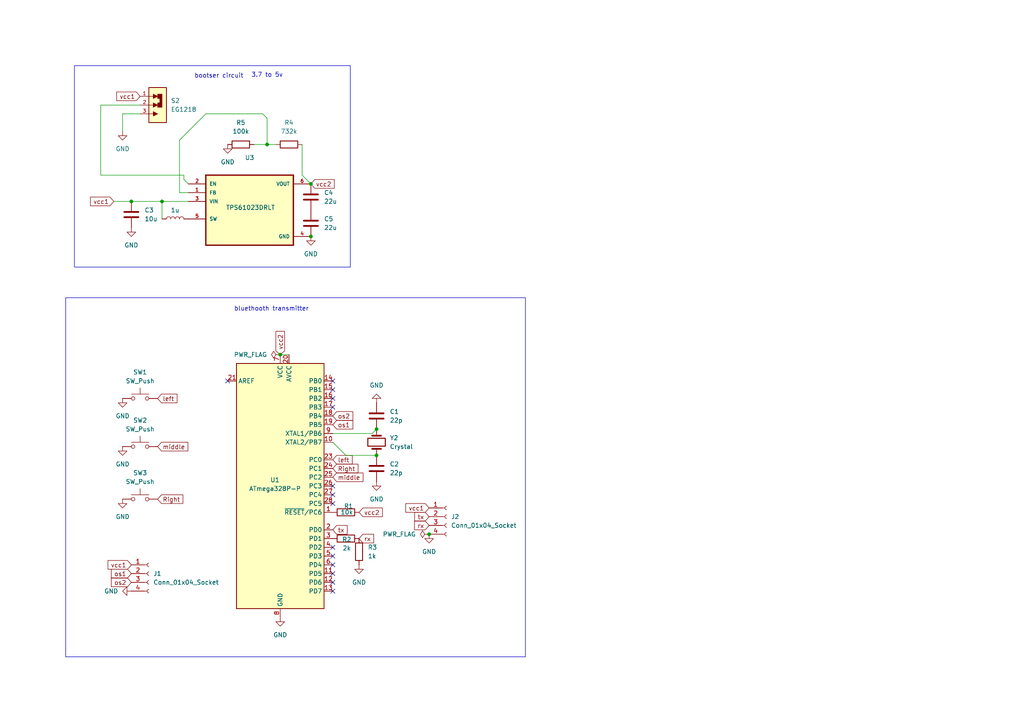
<source format=kicad_sch>
(kicad_sch
	(version 20231120)
	(generator "eeschema")
	(generator_version "8.0")
	(uuid "e1b05fc3-4c3d-450a-b99b-ff3aa13d5c39")
	(paper "A4")
	(lib_symbols
		(symbol "Connector:Conn_01x04_Socket"
			(pin_names
				(offset 1.016) hide)
			(exclude_from_sim no)
			(in_bom yes)
			(on_board yes)
			(property "Reference" "J"
				(at 0 5.08 0)
				(effects
					(font
						(size 1.27 1.27)
					)
				)
			)
			(property "Value" "Conn_01x04_Socket"
				(at 0 -7.62 0)
				(effects
					(font
						(size 1.27 1.27)
					)
				)
			)
			(property "Footprint" ""
				(at 0 0 0)
				(effects
					(font
						(size 1.27 1.27)
					)
					(hide yes)
				)
			)
			(property "Datasheet" "~"
				(at 0 0 0)
				(effects
					(font
						(size 1.27 1.27)
					)
					(hide yes)
				)
			)
			(property "Description" "Generic connector, single row, 01x04, script generated"
				(at 0 0 0)
				(effects
					(font
						(size 1.27 1.27)
					)
					(hide yes)
				)
			)
			(property "ki_locked" ""
				(at 0 0 0)
				(effects
					(font
						(size 1.27 1.27)
					)
				)
			)
			(property "ki_keywords" "connector"
				(at 0 0 0)
				(effects
					(font
						(size 1.27 1.27)
					)
					(hide yes)
				)
			)
			(property "ki_fp_filters" "Connector*:*_1x??_*"
				(at 0 0 0)
				(effects
					(font
						(size 1.27 1.27)
					)
					(hide yes)
				)
			)
			(symbol "Conn_01x04_Socket_1_1"
				(arc
					(start 0 -4.572)
					(mid -0.5058 -5.08)
					(end 0 -5.588)
					(stroke
						(width 0.1524)
						(type default)
					)
					(fill
						(type none)
					)
				)
				(arc
					(start 0 -2.032)
					(mid -0.5058 -2.54)
					(end 0 -3.048)
					(stroke
						(width 0.1524)
						(type default)
					)
					(fill
						(type none)
					)
				)
				(polyline
					(pts
						(xy -1.27 -5.08) (xy -0.508 -5.08)
					)
					(stroke
						(width 0.1524)
						(type default)
					)
					(fill
						(type none)
					)
				)
				(polyline
					(pts
						(xy -1.27 -2.54) (xy -0.508 -2.54)
					)
					(stroke
						(width 0.1524)
						(type default)
					)
					(fill
						(type none)
					)
				)
				(polyline
					(pts
						(xy -1.27 0) (xy -0.508 0)
					)
					(stroke
						(width 0.1524)
						(type default)
					)
					(fill
						(type none)
					)
				)
				(polyline
					(pts
						(xy -1.27 2.54) (xy -0.508 2.54)
					)
					(stroke
						(width 0.1524)
						(type default)
					)
					(fill
						(type none)
					)
				)
				(arc
					(start 0 0.508)
					(mid -0.5058 0)
					(end 0 -0.508)
					(stroke
						(width 0.1524)
						(type default)
					)
					(fill
						(type none)
					)
				)
				(arc
					(start 0 3.048)
					(mid -0.5058 2.54)
					(end 0 2.032)
					(stroke
						(width 0.1524)
						(type default)
					)
					(fill
						(type none)
					)
				)
				(pin passive line
					(at -5.08 2.54 0)
					(length 3.81)
					(name "Pin_1"
						(effects
							(font
								(size 1.27 1.27)
							)
						)
					)
					(number "1"
						(effects
							(font
								(size 1.27 1.27)
							)
						)
					)
				)
				(pin passive line
					(at -5.08 0 0)
					(length 3.81)
					(name "Pin_2"
						(effects
							(font
								(size 1.27 1.27)
							)
						)
					)
					(number "2"
						(effects
							(font
								(size 1.27 1.27)
							)
						)
					)
				)
				(pin passive line
					(at -5.08 -2.54 0)
					(length 3.81)
					(name "Pin_3"
						(effects
							(font
								(size 1.27 1.27)
							)
						)
					)
					(number "3"
						(effects
							(font
								(size 1.27 1.27)
							)
						)
					)
				)
				(pin passive line
					(at -5.08 -5.08 0)
					(length 3.81)
					(name "Pin_4"
						(effects
							(font
								(size 1.27 1.27)
							)
						)
					)
					(number "4"
						(effects
							(font
								(size 1.27 1.27)
							)
						)
					)
				)
			)
		)
		(symbol "Device:C"
			(pin_numbers hide)
			(pin_names
				(offset 0.254)
			)
			(exclude_from_sim no)
			(in_bom yes)
			(on_board yes)
			(property "Reference" "C"
				(at 0.635 2.54 0)
				(effects
					(font
						(size 1.27 1.27)
					)
					(justify left)
				)
			)
			(property "Value" "C"
				(at 0.635 -2.54 0)
				(effects
					(font
						(size 1.27 1.27)
					)
					(justify left)
				)
			)
			(property "Footprint" ""
				(at 0.9652 -3.81 0)
				(effects
					(font
						(size 1.27 1.27)
					)
					(hide yes)
				)
			)
			(property "Datasheet" "~"
				(at 0 0 0)
				(effects
					(font
						(size 1.27 1.27)
					)
					(hide yes)
				)
			)
			(property "Description" "Unpolarized capacitor"
				(at 0 0 0)
				(effects
					(font
						(size 1.27 1.27)
					)
					(hide yes)
				)
			)
			(property "ki_keywords" "cap capacitor"
				(at 0 0 0)
				(effects
					(font
						(size 1.27 1.27)
					)
					(hide yes)
				)
			)
			(property "ki_fp_filters" "C_*"
				(at 0 0 0)
				(effects
					(font
						(size 1.27 1.27)
					)
					(hide yes)
				)
			)
			(symbol "C_0_1"
				(polyline
					(pts
						(xy -2.032 -0.762) (xy 2.032 -0.762)
					)
					(stroke
						(width 0.508)
						(type default)
					)
					(fill
						(type none)
					)
				)
				(polyline
					(pts
						(xy -2.032 0.762) (xy 2.032 0.762)
					)
					(stroke
						(width 0.508)
						(type default)
					)
					(fill
						(type none)
					)
				)
			)
			(symbol "C_1_1"
				(pin passive line
					(at 0 3.81 270)
					(length 2.794)
					(name "~"
						(effects
							(font
								(size 1.27 1.27)
							)
						)
					)
					(number "1"
						(effects
							(font
								(size 1.27 1.27)
							)
						)
					)
				)
				(pin passive line
					(at 0 -3.81 90)
					(length 2.794)
					(name "~"
						(effects
							(font
								(size 1.27 1.27)
							)
						)
					)
					(number "2"
						(effects
							(font
								(size 1.27 1.27)
							)
						)
					)
				)
			)
		)
		(symbol "Device:Crystal"
			(pin_numbers hide)
			(pin_names
				(offset 1.016) hide)
			(exclude_from_sim no)
			(in_bom yes)
			(on_board yes)
			(property "Reference" "Y"
				(at 0 3.81 0)
				(effects
					(font
						(size 1.27 1.27)
					)
				)
			)
			(property "Value" "Crystal"
				(at 0 -3.81 0)
				(effects
					(font
						(size 1.27 1.27)
					)
				)
			)
			(property "Footprint" ""
				(at 0 0 0)
				(effects
					(font
						(size 1.27 1.27)
					)
					(hide yes)
				)
			)
			(property "Datasheet" "~"
				(at 0 0 0)
				(effects
					(font
						(size 1.27 1.27)
					)
					(hide yes)
				)
			)
			(property "Description" "Two pin crystal"
				(at 0 0 0)
				(effects
					(font
						(size 1.27 1.27)
					)
					(hide yes)
				)
			)
			(property "ki_keywords" "quartz ceramic resonator oscillator"
				(at 0 0 0)
				(effects
					(font
						(size 1.27 1.27)
					)
					(hide yes)
				)
			)
			(property "ki_fp_filters" "Crystal*"
				(at 0 0 0)
				(effects
					(font
						(size 1.27 1.27)
					)
					(hide yes)
				)
			)
			(symbol "Crystal_0_1"
				(rectangle
					(start -1.143 2.54)
					(end 1.143 -2.54)
					(stroke
						(width 0.3048)
						(type default)
					)
					(fill
						(type none)
					)
				)
				(polyline
					(pts
						(xy -2.54 0) (xy -1.905 0)
					)
					(stroke
						(width 0)
						(type default)
					)
					(fill
						(type none)
					)
				)
				(polyline
					(pts
						(xy -1.905 -1.27) (xy -1.905 1.27)
					)
					(stroke
						(width 0.508)
						(type default)
					)
					(fill
						(type none)
					)
				)
				(polyline
					(pts
						(xy 1.905 -1.27) (xy 1.905 1.27)
					)
					(stroke
						(width 0.508)
						(type default)
					)
					(fill
						(type none)
					)
				)
				(polyline
					(pts
						(xy 2.54 0) (xy 1.905 0)
					)
					(stroke
						(width 0)
						(type default)
					)
					(fill
						(type none)
					)
				)
			)
			(symbol "Crystal_1_1"
				(pin passive line
					(at -3.81 0 0)
					(length 1.27)
					(name "1"
						(effects
							(font
								(size 1.27 1.27)
							)
						)
					)
					(number "1"
						(effects
							(font
								(size 1.27 1.27)
							)
						)
					)
				)
				(pin passive line
					(at 3.81 0 180)
					(length 1.27)
					(name "2"
						(effects
							(font
								(size 1.27 1.27)
							)
						)
					)
					(number "2"
						(effects
							(font
								(size 1.27 1.27)
							)
						)
					)
				)
			)
		)
		(symbol "Device:L"
			(pin_numbers hide)
			(pin_names
				(offset 1.016) hide)
			(exclude_from_sim no)
			(in_bom yes)
			(on_board yes)
			(property "Reference" "L"
				(at -1.27 0 90)
				(effects
					(font
						(size 1.27 1.27)
					)
				)
			)
			(property "Value" "L"
				(at 1.905 0 90)
				(effects
					(font
						(size 1.27 1.27)
					)
				)
			)
			(property "Footprint" ""
				(at 0 0 0)
				(effects
					(font
						(size 1.27 1.27)
					)
					(hide yes)
				)
			)
			(property "Datasheet" "~"
				(at 0 0 0)
				(effects
					(font
						(size 1.27 1.27)
					)
					(hide yes)
				)
			)
			(property "Description" "Inductor"
				(at 0 0 0)
				(effects
					(font
						(size 1.27 1.27)
					)
					(hide yes)
				)
			)
			(property "ki_keywords" "inductor choke coil reactor magnetic"
				(at 0 0 0)
				(effects
					(font
						(size 1.27 1.27)
					)
					(hide yes)
				)
			)
			(property "ki_fp_filters" "Choke_* *Coil* Inductor_* L_*"
				(at 0 0 0)
				(effects
					(font
						(size 1.27 1.27)
					)
					(hide yes)
				)
			)
			(symbol "L_0_1"
				(arc
					(start 0 -2.54)
					(mid 0.6323 -1.905)
					(end 0 -1.27)
					(stroke
						(width 0)
						(type default)
					)
					(fill
						(type none)
					)
				)
				(arc
					(start 0 -1.27)
					(mid 0.6323 -0.635)
					(end 0 0)
					(stroke
						(width 0)
						(type default)
					)
					(fill
						(type none)
					)
				)
				(arc
					(start 0 0)
					(mid 0.6323 0.635)
					(end 0 1.27)
					(stroke
						(width 0)
						(type default)
					)
					(fill
						(type none)
					)
				)
				(arc
					(start 0 1.27)
					(mid 0.6323 1.905)
					(end 0 2.54)
					(stroke
						(width 0)
						(type default)
					)
					(fill
						(type none)
					)
				)
			)
			(symbol "L_1_1"
				(pin passive line
					(at 0 3.81 270)
					(length 1.27)
					(name "1"
						(effects
							(font
								(size 1.27 1.27)
							)
						)
					)
					(number "1"
						(effects
							(font
								(size 1.27 1.27)
							)
						)
					)
				)
				(pin passive line
					(at 0 -3.81 90)
					(length 1.27)
					(name "2"
						(effects
							(font
								(size 1.27 1.27)
							)
						)
					)
					(number "2"
						(effects
							(font
								(size 1.27 1.27)
							)
						)
					)
				)
			)
		)
		(symbol "Device:R"
			(pin_numbers hide)
			(pin_names
				(offset 0)
			)
			(exclude_from_sim no)
			(in_bom yes)
			(on_board yes)
			(property "Reference" "R"
				(at 2.032 0 90)
				(effects
					(font
						(size 1.27 1.27)
					)
				)
			)
			(property "Value" "R"
				(at 0 0 90)
				(effects
					(font
						(size 1.27 1.27)
					)
				)
			)
			(property "Footprint" ""
				(at -1.778 0 90)
				(effects
					(font
						(size 1.27 1.27)
					)
					(hide yes)
				)
			)
			(property "Datasheet" "~"
				(at 0 0 0)
				(effects
					(font
						(size 1.27 1.27)
					)
					(hide yes)
				)
			)
			(property "Description" "Resistor"
				(at 0 0 0)
				(effects
					(font
						(size 1.27 1.27)
					)
					(hide yes)
				)
			)
			(property "ki_keywords" "R res resistor"
				(at 0 0 0)
				(effects
					(font
						(size 1.27 1.27)
					)
					(hide yes)
				)
			)
			(property "ki_fp_filters" "R_*"
				(at 0 0 0)
				(effects
					(font
						(size 1.27 1.27)
					)
					(hide yes)
				)
			)
			(symbol "R_0_1"
				(rectangle
					(start -1.016 -2.54)
					(end 1.016 2.54)
					(stroke
						(width 0.254)
						(type default)
					)
					(fill
						(type none)
					)
				)
			)
			(symbol "R_1_1"
				(pin passive line
					(at 0 3.81 270)
					(length 1.27)
					(name "~"
						(effects
							(font
								(size 1.27 1.27)
							)
						)
					)
					(number "1"
						(effects
							(font
								(size 1.27 1.27)
							)
						)
					)
				)
				(pin passive line
					(at 0 -3.81 90)
					(length 1.27)
					(name "~"
						(effects
							(font
								(size 1.27 1.27)
							)
						)
					)
					(number "2"
						(effects
							(font
								(size 1.27 1.27)
							)
						)
					)
				)
			)
		)
		(symbol "EG1218:EG1218"
			(pin_names
				(offset 1.016)
			)
			(exclude_from_sim no)
			(in_bom yes)
			(on_board yes)
			(property "Reference" "S"
				(at -5.08 5.842 0)
				(effects
					(font
						(size 1.27 1.27)
					)
					(justify left bottom)
				)
			)
			(property "Value" "EG1218"
				(at -5.08 -7.62 0)
				(effects
					(font
						(size 1.27 1.27)
					)
					(justify left bottom)
				)
			)
			(property "Footprint" "EG1218:SW_EG1218"
				(at 0 0 0)
				(effects
					(font
						(size 1.27 1.27)
					)
					(justify bottom)
					(hide yes)
				)
			)
			(property "Datasheet" ""
				(at 0 0 0)
				(effects
					(font
						(size 1.27 1.27)
					)
					(hide yes)
				)
			)
			(property "Description" ""
				(at 0 0 0)
				(effects
					(font
						(size 1.27 1.27)
					)
					(hide yes)
				)
			)
			(property "MF" "E-Switch"
				(at 0 0 0)
				(effects
					(font
						(size 1.27 1.27)
					)
					(justify bottom)
					(hide yes)
				)
			)
			(property "DESCRIPTION" "Slide Switch SPDT Through Hole"
				(at 0 0 0)
				(effects
					(font
						(size 1.27 1.27)
					)
					(justify bottom)
					(hide yes)
				)
			)
			(property "PACKAGE" "None"
				(at 0 0 0)
				(effects
					(font
						(size 1.27 1.27)
					)
					(justify bottom)
					(hide yes)
				)
			)
			(property "PRICE" "None"
				(at 0 0 0)
				(effects
					(font
						(size 1.27 1.27)
					)
					(justify bottom)
					(hide yes)
				)
			)
			(property "Package" "None"
				(at 0 0 0)
				(effects
					(font
						(size 1.27 1.27)
					)
					(justify bottom)
					(hide yes)
				)
			)
			(property "Check_prices" "https://www.snapeda.com/parts/EG1218/E-Switch/view-part/?ref=eda"
				(at 0 0 0)
				(effects
					(font
						(size 1.27 1.27)
					)
					(justify bottom)
					(hide yes)
				)
			)
			(property "Price" "None"
				(at 0 0 0)
				(effects
					(font
						(size 1.27 1.27)
					)
					(justify bottom)
					(hide yes)
				)
			)
			(property "SnapEDA_Link" "https://www.snapeda.com/parts/EG1218/E-Switch/view-part/?ref=snap"
				(at 0 0 0)
				(effects
					(font
						(size 1.27 1.27)
					)
					(justify bottom)
					(hide yes)
				)
			)
			(property "MP" "EG1218"
				(at 0 0 0)
				(effects
					(font
						(size 1.27 1.27)
					)
					(justify bottom)
					(hide yes)
				)
			)
			(property "Description_1" "\n                        \n                            Slide Switch, EG Series, SPDT, Non-Shorting, ON-ON, 200mA DC, 30VDC, PC Pin | E-Switch EG1218\n                        \n"
				(at 0 0 0)
				(effects
					(font
						(size 1.27 1.27)
					)
					(justify bottom)
					(hide yes)
				)
			)
			(property "Availability" "In Stock"
				(at 0 0 0)
				(effects
					(font
						(size 1.27 1.27)
					)
					(justify bottom)
					(hide yes)
				)
			)
			(property "AVAILABILITY" "In Stock"
				(at 0 0 0)
				(effects
					(font
						(size 1.27 1.27)
					)
					(justify bottom)
					(hide yes)
				)
			)
			(property "PURCHASE-URL" "https://pricing.snapeda.com/search/part/EG1218/?ref=eda"
				(at 0 0 0)
				(effects
					(font
						(size 1.27 1.27)
					)
					(justify bottom)
					(hide yes)
				)
			)
			(symbol "EG1218_0_0"
				(rectangle
					(start -2.54 -5.08)
					(end 2.54 5.08)
					(stroke
						(width 0.254)
						(type default)
					)
					(fill
						(type background)
					)
				)
				(polyline
					(pts
						(xy -2.54 -2.54) (xy -1.27 -2.54)
					)
					(stroke
						(width 0.1524)
						(type default)
					)
					(fill
						(type none)
					)
				)
				(polyline
					(pts
						(xy -2.54 0) (xy -1.27 0)
					)
					(stroke
						(width 0.1524)
						(type default)
					)
					(fill
						(type none)
					)
				)
				(polyline
					(pts
						(xy -2.54 2.54) (xy -1.27 2.54)
					)
					(stroke
						(width 0.1524)
						(type default)
					)
					(fill
						(type none)
					)
				)
				(polyline
					(pts
						(xy -1.27 -1.905) (xy -1.27 -3.175) (xy 0 -2.54) (xy -1.27 -1.905)
					)
					(stroke
						(width 0.1524)
						(type default)
					)
					(fill
						(type outline)
					)
				)
				(polyline
					(pts
						(xy -1.27 0.635) (xy -1.27 -0.635) (xy 0 0) (xy -1.27 0.635)
					)
					(stroke
						(width 0.1524)
						(type default)
					)
					(fill
						(type outline)
					)
				)
				(polyline
					(pts
						(xy -1.27 3.175) (xy -1.27 1.905) (xy 0 2.54) (xy -1.27 3.175)
					)
					(stroke
						(width 0.1524)
						(type default)
					)
					(fill
						(type outline)
					)
				)
				(polyline
					(pts
						(xy 0 1.905) (xy 0 3.175) (xy 1.27 3.175) (xy 1.27 -0.635) (xy 0 -0.635) (xy 0 0.635) (xy 0.635 0.635)
						(xy 0.635 1.905) (xy 0 1.905)
					)
					(stroke
						(width 0.1524)
						(type default)
					)
					(fill
						(type outline)
					)
				)
				(pin passive line
					(at -5.08 2.54 0)
					(length 2.54)
					(name "~"
						(effects
							(font
								(size 1.016 1.016)
							)
						)
					)
					(number "1"
						(effects
							(font
								(size 1.016 1.016)
							)
						)
					)
				)
				(pin passive line
					(at -5.08 0 0)
					(length 2.54)
					(name "~"
						(effects
							(font
								(size 1.016 1.016)
							)
						)
					)
					(number "2"
						(effects
							(font
								(size 1.016 1.016)
							)
						)
					)
				)
				(pin passive line
					(at -5.08 -2.54 0)
					(length 2.54)
					(name "~"
						(effects
							(font
								(size 1.016 1.016)
							)
						)
					)
					(number "3"
						(effects
							(font
								(size 1.016 1.016)
							)
						)
					)
				)
			)
		)
		(symbol "MCU_Microchip_ATmega:ATmega328P-P"
			(exclude_from_sim no)
			(in_bom yes)
			(on_board yes)
			(property "Reference" "U"
				(at -12.7 36.83 0)
				(effects
					(font
						(size 1.27 1.27)
					)
					(justify left bottom)
				)
			)
			(property "Value" "ATmega328P-P"
				(at 2.54 -36.83 0)
				(effects
					(font
						(size 1.27 1.27)
					)
					(justify left top)
				)
			)
			(property "Footprint" "Package_DIP:DIP-28_W7.62mm"
				(at 0 0 0)
				(effects
					(font
						(size 1.27 1.27)
						(italic yes)
					)
					(hide yes)
				)
			)
			(property "Datasheet" "http://ww1.microchip.com/downloads/en/DeviceDoc/ATmega328_P%20AVR%20MCU%20with%20picoPower%20Technology%20Data%20Sheet%2040001984A.pdf"
				(at 0 0 0)
				(effects
					(font
						(size 1.27 1.27)
					)
					(hide yes)
				)
			)
			(property "Description" "20MHz, 32kB Flash, 2kB SRAM, 1kB EEPROM, DIP-28"
				(at 0 0 0)
				(effects
					(font
						(size 1.27 1.27)
					)
					(hide yes)
				)
			)
			(property "ki_keywords" "AVR 8bit Microcontroller MegaAVR PicoPower"
				(at 0 0 0)
				(effects
					(font
						(size 1.27 1.27)
					)
					(hide yes)
				)
			)
			(property "ki_fp_filters" "DIP*W7.62mm*"
				(at 0 0 0)
				(effects
					(font
						(size 1.27 1.27)
					)
					(hide yes)
				)
			)
			(symbol "ATmega328P-P_0_1"
				(rectangle
					(start -12.7 -35.56)
					(end 12.7 35.56)
					(stroke
						(width 0.254)
						(type default)
					)
					(fill
						(type background)
					)
				)
			)
			(symbol "ATmega328P-P_1_1"
				(pin bidirectional line
					(at 15.24 -7.62 180)
					(length 2.54)
					(name "~{RESET}/PC6"
						(effects
							(font
								(size 1.27 1.27)
							)
						)
					)
					(number "1"
						(effects
							(font
								(size 1.27 1.27)
							)
						)
					)
				)
				(pin bidirectional line
					(at 15.24 12.7 180)
					(length 2.54)
					(name "XTAL2/PB7"
						(effects
							(font
								(size 1.27 1.27)
							)
						)
					)
					(number "10"
						(effects
							(font
								(size 1.27 1.27)
							)
						)
					)
				)
				(pin bidirectional line
					(at 15.24 -25.4 180)
					(length 2.54)
					(name "PD5"
						(effects
							(font
								(size 1.27 1.27)
							)
						)
					)
					(number "11"
						(effects
							(font
								(size 1.27 1.27)
							)
						)
					)
				)
				(pin bidirectional line
					(at 15.24 -27.94 180)
					(length 2.54)
					(name "PD6"
						(effects
							(font
								(size 1.27 1.27)
							)
						)
					)
					(number "12"
						(effects
							(font
								(size 1.27 1.27)
							)
						)
					)
				)
				(pin bidirectional line
					(at 15.24 -30.48 180)
					(length 2.54)
					(name "PD7"
						(effects
							(font
								(size 1.27 1.27)
							)
						)
					)
					(number "13"
						(effects
							(font
								(size 1.27 1.27)
							)
						)
					)
				)
				(pin bidirectional line
					(at 15.24 30.48 180)
					(length 2.54)
					(name "PB0"
						(effects
							(font
								(size 1.27 1.27)
							)
						)
					)
					(number "14"
						(effects
							(font
								(size 1.27 1.27)
							)
						)
					)
				)
				(pin bidirectional line
					(at 15.24 27.94 180)
					(length 2.54)
					(name "PB1"
						(effects
							(font
								(size 1.27 1.27)
							)
						)
					)
					(number "15"
						(effects
							(font
								(size 1.27 1.27)
							)
						)
					)
				)
				(pin bidirectional line
					(at 15.24 25.4 180)
					(length 2.54)
					(name "PB2"
						(effects
							(font
								(size 1.27 1.27)
							)
						)
					)
					(number "16"
						(effects
							(font
								(size 1.27 1.27)
							)
						)
					)
				)
				(pin bidirectional line
					(at 15.24 22.86 180)
					(length 2.54)
					(name "PB3"
						(effects
							(font
								(size 1.27 1.27)
							)
						)
					)
					(number "17"
						(effects
							(font
								(size 1.27 1.27)
							)
						)
					)
				)
				(pin bidirectional line
					(at 15.24 20.32 180)
					(length 2.54)
					(name "PB4"
						(effects
							(font
								(size 1.27 1.27)
							)
						)
					)
					(number "18"
						(effects
							(font
								(size 1.27 1.27)
							)
						)
					)
				)
				(pin bidirectional line
					(at 15.24 17.78 180)
					(length 2.54)
					(name "PB5"
						(effects
							(font
								(size 1.27 1.27)
							)
						)
					)
					(number "19"
						(effects
							(font
								(size 1.27 1.27)
							)
						)
					)
				)
				(pin bidirectional line
					(at 15.24 -12.7 180)
					(length 2.54)
					(name "PD0"
						(effects
							(font
								(size 1.27 1.27)
							)
						)
					)
					(number "2"
						(effects
							(font
								(size 1.27 1.27)
							)
						)
					)
				)
				(pin power_in line
					(at 2.54 38.1 270)
					(length 2.54)
					(name "AVCC"
						(effects
							(font
								(size 1.27 1.27)
							)
						)
					)
					(number "20"
						(effects
							(font
								(size 1.27 1.27)
							)
						)
					)
				)
				(pin passive line
					(at -15.24 30.48 0)
					(length 2.54)
					(name "AREF"
						(effects
							(font
								(size 1.27 1.27)
							)
						)
					)
					(number "21"
						(effects
							(font
								(size 1.27 1.27)
							)
						)
					)
				)
				(pin passive line
					(at 0 -38.1 90)
					(length 2.54) hide
					(name "GND"
						(effects
							(font
								(size 1.27 1.27)
							)
						)
					)
					(number "22"
						(effects
							(font
								(size 1.27 1.27)
							)
						)
					)
				)
				(pin bidirectional line
					(at 15.24 7.62 180)
					(length 2.54)
					(name "PC0"
						(effects
							(font
								(size 1.27 1.27)
							)
						)
					)
					(number "23"
						(effects
							(font
								(size 1.27 1.27)
							)
						)
					)
				)
				(pin bidirectional line
					(at 15.24 5.08 180)
					(length 2.54)
					(name "PC1"
						(effects
							(font
								(size 1.27 1.27)
							)
						)
					)
					(number "24"
						(effects
							(font
								(size 1.27 1.27)
							)
						)
					)
				)
				(pin bidirectional line
					(at 15.24 2.54 180)
					(length 2.54)
					(name "PC2"
						(effects
							(font
								(size 1.27 1.27)
							)
						)
					)
					(number "25"
						(effects
							(font
								(size 1.27 1.27)
							)
						)
					)
				)
				(pin bidirectional line
					(at 15.24 0 180)
					(length 2.54)
					(name "PC3"
						(effects
							(font
								(size 1.27 1.27)
							)
						)
					)
					(number "26"
						(effects
							(font
								(size 1.27 1.27)
							)
						)
					)
				)
				(pin bidirectional line
					(at 15.24 -2.54 180)
					(length 2.54)
					(name "PC4"
						(effects
							(font
								(size 1.27 1.27)
							)
						)
					)
					(number "27"
						(effects
							(font
								(size 1.27 1.27)
							)
						)
					)
				)
				(pin bidirectional line
					(at 15.24 -5.08 180)
					(length 2.54)
					(name "PC5"
						(effects
							(font
								(size 1.27 1.27)
							)
						)
					)
					(number "28"
						(effects
							(font
								(size 1.27 1.27)
							)
						)
					)
				)
				(pin bidirectional line
					(at 15.24 -15.24 180)
					(length 2.54)
					(name "PD1"
						(effects
							(font
								(size 1.27 1.27)
							)
						)
					)
					(number "3"
						(effects
							(font
								(size 1.27 1.27)
							)
						)
					)
				)
				(pin bidirectional line
					(at 15.24 -17.78 180)
					(length 2.54)
					(name "PD2"
						(effects
							(font
								(size 1.27 1.27)
							)
						)
					)
					(number "4"
						(effects
							(font
								(size 1.27 1.27)
							)
						)
					)
				)
				(pin bidirectional line
					(at 15.24 -20.32 180)
					(length 2.54)
					(name "PD3"
						(effects
							(font
								(size 1.27 1.27)
							)
						)
					)
					(number "5"
						(effects
							(font
								(size 1.27 1.27)
							)
						)
					)
				)
				(pin bidirectional line
					(at 15.24 -22.86 180)
					(length 2.54)
					(name "PD4"
						(effects
							(font
								(size 1.27 1.27)
							)
						)
					)
					(number "6"
						(effects
							(font
								(size 1.27 1.27)
							)
						)
					)
				)
				(pin power_in line
					(at 0 38.1 270)
					(length 2.54)
					(name "VCC"
						(effects
							(font
								(size 1.27 1.27)
							)
						)
					)
					(number "7"
						(effects
							(font
								(size 1.27 1.27)
							)
						)
					)
				)
				(pin power_in line
					(at 0 -38.1 90)
					(length 2.54)
					(name "GND"
						(effects
							(font
								(size 1.27 1.27)
							)
						)
					)
					(number "8"
						(effects
							(font
								(size 1.27 1.27)
							)
						)
					)
				)
				(pin bidirectional line
					(at 15.24 15.24 180)
					(length 2.54)
					(name "XTAL1/PB6"
						(effects
							(font
								(size 1.27 1.27)
							)
						)
					)
					(number "9"
						(effects
							(font
								(size 1.27 1.27)
							)
						)
					)
				)
			)
		)
		(symbol "Switch:SW_Push"
			(pin_numbers hide)
			(pin_names
				(offset 1.016) hide)
			(exclude_from_sim no)
			(in_bom yes)
			(on_board yes)
			(property "Reference" "SW"
				(at 1.27 2.54 0)
				(effects
					(font
						(size 1.27 1.27)
					)
					(justify left)
				)
			)
			(property "Value" "SW_Push"
				(at 0 -1.524 0)
				(effects
					(font
						(size 1.27 1.27)
					)
				)
			)
			(property "Footprint" ""
				(at 0 5.08 0)
				(effects
					(font
						(size 1.27 1.27)
					)
					(hide yes)
				)
			)
			(property "Datasheet" "~"
				(at 0 5.08 0)
				(effects
					(font
						(size 1.27 1.27)
					)
					(hide yes)
				)
			)
			(property "Description" "Push button switch, generic, two pins"
				(at 0 0 0)
				(effects
					(font
						(size 1.27 1.27)
					)
					(hide yes)
				)
			)
			(property "ki_keywords" "switch normally-open pushbutton push-button"
				(at 0 0 0)
				(effects
					(font
						(size 1.27 1.27)
					)
					(hide yes)
				)
			)
			(symbol "SW_Push_0_1"
				(circle
					(center -2.032 0)
					(radius 0.508)
					(stroke
						(width 0)
						(type default)
					)
					(fill
						(type none)
					)
				)
				(polyline
					(pts
						(xy 0 1.27) (xy 0 3.048)
					)
					(stroke
						(width 0)
						(type default)
					)
					(fill
						(type none)
					)
				)
				(polyline
					(pts
						(xy 2.54 1.27) (xy -2.54 1.27)
					)
					(stroke
						(width 0)
						(type default)
					)
					(fill
						(type none)
					)
				)
				(circle
					(center 2.032 0)
					(radius 0.508)
					(stroke
						(width 0)
						(type default)
					)
					(fill
						(type none)
					)
				)
				(pin passive line
					(at -5.08 0 0)
					(length 2.54)
					(name "1"
						(effects
							(font
								(size 1.27 1.27)
							)
						)
					)
					(number "1"
						(effects
							(font
								(size 1.27 1.27)
							)
						)
					)
				)
				(pin passive line
					(at 5.08 0 180)
					(length 2.54)
					(name "2"
						(effects
							(font
								(size 1.27 1.27)
							)
						)
					)
					(number "2"
						(effects
							(font
								(size 1.27 1.27)
							)
						)
					)
				)
			)
		)
		(symbol "TPS61023DRLT:TPS61023DRLT"
			(pin_names
				(offset 1.016)
			)
			(exclude_from_sim no)
			(in_bom yes)
			(on_board yes)
			(property "Reference" "U"
				(at -12.7 11.16 0)
				(effects
					(font
						(size 1.27 1.27)
					)
					(justify left bottom)
				)
			)
			(property "Value" "TPS61023DRLT"
				(at -12.7 -14.16 0)
				(effects
					(font
						(size 1.27 1.27)
					)
					(justify left bottom)
				)
			)
			(property "Footprint" "TPS61023DRLT:SOT50P160X60-6N"
				(at 0 0 0)
				(effects
					(font
						(size 1.27 1.27)
					)
					(justify bottom)
					(hide yes)
				)
			)
			(property "Datasheet" ""
				(at 0 0 0)
				(effects
					(font
						(size 1.27 1.27)
					)
					(hide yes)
				)
			)
			(property "Description" ""
				(at 0 0 0)
				(effects
					(font
						(size 1.27 1.27)
					)
					(hide yes)
				)
			)
			(property "MF" "Texas Instruments"
				(at 0 0 0)
				(effects
					(font
						(size 1.27 1.27)
					)
					(justify bottom)
					(hide yes)
				)
			)
			(property "Description_1" "\n                        \n                            3.7-A boost converter with 0.5-V ultra-low input voltage\n                        \n"
				(at 0 0 0)
				(effects
					(font
						(size 1.27 1.27)
					)
					(justify bottom)
					(hide yes)
				)
			)
			(property "Package" "SOT-5X3-6 Texas Instruments"
				(at 0 0 0)
				(effects
					(font
						(size 1.27 1.27)
					)
					(justify bottom)
					(hide yes)
				)
			)
			(property "Price" "None"
				(at 0 0 0)
				(effects
					(font
						(size 1.27 1.27)
					)
					(justify bottom)
					(hide yes)
				)
			)
			(property "SnapEDA_Link" "https://www.snapeda.com/parts/TPS61023DRLT/Texas+Instruments/view-part/?ref=snap"
				(at 0 0 0)
				(effects
					(font
						(size 1.27 1.27)
					)
					(justify bottom)
					(hide yes)
				)
			)
			(property "MP" "TPS61023DRLT"
				(at 0 0 0)
				(effects
					(font
						(size 1.27 1.27)
					)
					(justify bottom)
					(hide yes)
				)
			)
			(property "Availability" "In Stock"
				(at 0 0 0)
				(effects
					(font
						(size 1.27 1.27)
					)
					(justify bottom)
					(hide yes)
				)
			)
			(property "Check_prices" "https://www.snapeda.com/parts/TPS61023DRLT/Texas+Instruments/view-part/?ref=eda"
				(at 0 0 0)
				(effects
					(font
						(size 1.27 1.27)
					)
					(justify bottom)
					(hide yes)
				)
			)
			(symbol "TPS61023DRLT_0_0"
				(rectangle
					(start -12.7 -10.16)
					(end 12.7 10.16)
					(stroke
						(width 0.41)
						(type default)
					)
					(fill
						(type background)
					)
				)
				(pin input line
					(at -17.78 5.08 0)
					(length 5.08)
					(name "FB"
						(effects
							(font
								(size 1.016 1.016)
							)
						)
					)
					(number "1"
						(effects
							(font
								(size 1.016 1.016)
							)
						)
					)
				)
				(pin input line
					(at -17.78 7.62 0)
					(length 5.08)
					(name "EN"
						(effects
							(font
								(size 1.016 1.016)
							)
						)
					)
					(number "2"
						(effects
							(font
								(size 1.016 1.016)
							)
						)
					)
				)
				(pin input line
					(at -17.78 2.54 0)
					(length 5.08)
					(name "VIN"
						(effects
							(font
								(size 1.016 1.016)
							)
						)
					)
					(number "3"
						(effects
							(font
								(size 1.016 1.016)
							)
						)
					)
				)
				(pin power_in line
					(at 17.78 -7.62 180)
					(length 5.08)
					(name "GND"
						(effects
							(font
								(size 1.016 1.016)
							)
						)
					)
					(number "4"
						(effects
							(font
								(size 1.016 1.016)
							)
						)
					)
				)
				(pin bidirectional line
					(at -17.78 -2.54 0)
					(length 5.08)
					(name "SW"
						(effects
							(font
								(size 1.016 1.016)
							)
						)
					)
					(number "5"
						(effects
							(font
								(size 1.016 1.016)
							)
						)
					)
				)
				(pin output line
					(at 17.78 7.62 180)
					(length 5.08)
					(name "VOUT"
						(effects
							(font
								(size 1.016 1.016)
							)
						)
					)
					(number "6"
						(effects
							(font
								(size 1.016 1.016)
							)
						)
					)
				)
			)
		)
		(symbol "power:GND"
			(power)
			(pin_numbers hide)
			(pin_names
				(offset 0) hide)
			(exclude_from_sim no)
			(in_bom yes)
			(on_board yes)
			(property "Reference" "#PWR"
				(at 0 -6.35 0)
				(effects
					(font
						(size 1.27 1.27)
					)
					(hide yes)
				)
			)
			(property "Value" "GND"
				(at 0 -3.81 0)
				(effects
					(font
						(size 1.27 1.27)
					)
				)
			)
			(property "Footprint" ""
				(at 0 0 0)
				(effects
					(font
						(size 1.27 1.27)
					)
					(hide yes)
				)
			)
			(property "Datasheet" ""
				(at 0 0 0)
				(effects
					(font
						(size 1.27 1.27)
					)
					(hide yes)
				)
			)
			(property "Description" "Power symbol creates a global label with name \"GND\" , ground"
				(at 0 0 0)
				(effects
					(font
						(size 1.27 1.27)
					)
					(hide yes)
				)
			)
			(property "ki_keywords" "global power"
				(at 0 0 0)
				(effects
					(font
						(size 1.27 1.27)
					)
					(hide yes)
				)
			)
			(symbol "GND_0_1"
				(polyline
					(pts
						(xy 0 0) (xy 0 -1.27) (xy 1.27 -1.27) (xy 0 -2.54) (xy -1.27 -1.27) (xy 0 -1.27)
					)
					(stroke
						(width 0)
						(type default)
					)
					(fill
						(type none)
					)
				)
			)
			(symbol "GND_1_1"
				(pin power_in line
					(at 0 0 270)
					(length 0)
					(name "~"
						(effects
							(font
								(size 1.27 1.27)
							)
						)
					)
					(number "1"
						(effects
							(font
								(size 1.27 1.27)
							)
						)
					)
				)
			)
		)
		(symbol "power:PWR_FLAG"
			(power)
			(pin_numbers hide)
			(pin_names
				(offset 0) hide)
			(exclude_from_sim no)
			(in_bom yes)
			(on_board yes)
			(property "Reference" "#FLG"
				(at 0 1.905 0)
				(effects
					(font
						(size 1.27 1.27)
					)
					(hide yes)
				)
			)
			(property "Value" "PWR_FLAG"
				(at 0 3.81 0)
				(effects
					(font
						(size 1.27 1.27)
					)
				)
			)
			(property "Footprint" ""
				(at 0 0 0)
				(effects
					(font
						(size 1.27 1.27)
					)
					(hide yes)
				)
			)
			(property "Datasheet" "~"
				(at 0 0 0)
				(effects
					(font
						(size 1.27 1.27)
					)
					(hide yes)
				)
			)
			(property "Description" "Special symbol for telling ERC where power comes from"
				(at 0 0 0)
				(effects
					(font
						(size 1.27 1.27)
					)
					(hide yes)
				)
			)
			(property "ki_keywords" "flag power"
				(at 0 0 0)
				(effects
					(font
						(size 1.27 1.27)
					)
					(hide yes)
				)
			)
			(symbol "PWR_FLAG_0_0"
				(pin power_out line
					(at 0 0 90)
					(length 0)
					(name "~"
						(effects
							(font
								(size 1.27 1.27)
							)
						)
					)
					(number "1"
						(effects
							(font
								(size 1.27 1.27)
							)
						)
					)
				)
			)
			(symbol "PWR_FLAG_0_1"
				(polyline
					(pts
						(xy 0 0) (xy 0 1.27) (xy -1.016 1.905) (xy 0 2.54) (xy 1.016 1.905) (xy 0 1.27)
					)
					(stroke
						(width 0)
						(type default)
					)
					(fill
						(type none)
					)
				)
			)
		)
	)
	(junction
		(at 90.17 53.34)
		(diameter 0)
		(color 0 0 0 0)
		(uuid "1311f249-064f-4e26-b27b-8845f9a5e1e8")
	)
	(junction
		(at 109.22 124.46)
		(diameter 0)
		(color 0 0 0 0)
		(uuid "3ff00a5d-902d-4341-9bef-f4d8a5bbd398")
	)
	(junction
		(at 46.99 58.42)
		(diameter 0)
		(color 0 0 0 0)
		(uuid "44de6779-c170-4cfa-9123-1739bf0545c9")
	)
	(junction
		(at 90.17 68.58)
		(diameter 0)
		(color 0 0 0 0)
		(uuid "494d35b4-c76b-4e2f-9b64-b52d61b59241")
	)
	(junction
		(at 81.28 102.87)
		(diameter 0)
		(color 0 0 0 0)
		(uuid "6484572a-b8ad-4ec1-b397-86e2b9e21803")
	)
	(junction
		(at 109.22 132.08)
		(diameter 0)
		(color 0 0 0 0)
		(uuid "6ee9140b-95f9-47f6-b0fd-d262284592fb")
	)
	(junction
		(at 38.1 58.42)
		(diameter 0)
		(color 0 0 0 0)
		(uuid "99248538-64eb-4788-942d-32808ab007cb")
	)
	(junction
		(at 124.46 154.94)
		(diameter 0)
		(color 0 0 0 0)
		(uuid "e2c31788-9c27-4800-9406-97b0854d0fe7")
	)
	(junction
		(at 77.47 41.91)
		(diameter 0)
		(color 0 0 0 0)
		(uuid "ff6a25b6-8c8d-4933-acf0-236affd5ce7d")
	)
	(no_connect
		(at 96.52 143.51)
		(uuid "00dde4a8-967e-4e70-8881-a9467c52b38c")
	)
	(no_connect
		(at 96.52 113.03)
		(uuid "06f82fe8-221e-42be-8f76-b6ed6684371d")
	)
	(no_connect
		(at 96.52 166.37)
		(uuid "08e01f5f-cda8-4dff-9378-0cfc91df2665")
	)
	(no_connect
		(at 96.52 161.29)
		(uuid "1858a7fb-8ae2-4865-b004-7c0df6cbec75")
	)
	(no_connect
		(at 96.52 115.57)
		(uuid "32de3ff2-74f1-45e6-a3bc-b8929e1f3f53")
	)
	(no_connect
		(at 96.52 163.83)
		(uuid "39d499e7-5024-4ab2-a0ee-4c1f9e4da0a7")
	)
	(no_connect
		(at 66.04 110.49)
		(uuid "5c79a997-04bf-4c78-b53e-bcae2d6efa3b")
	)
	(no_connect
		(at 96.52 168.91)
		(uuid "8b731002-c500-4a98-9cd2-672c4eeb4dfd")
	)
	(no_connect
		(at 96.52 171.45)
		(uuid "90eec330-4ccc-4066-bcd6-2b5a2bac6145")
	)
	(no_connect
		(at 96.52 118.11)
		(uuid "91e8541f-40da-40b6-8a63-3258a9cd4b80")
	)
	(no_connect
		(at 96.52 146.05)
		(uuid "932c6b40-d4d4-4a3f-ab49-1815f2d8fe60")
	)
	(no_connect
		(at 96.52 110.49)
		(uuid "dc80fb06-b4ff-460a-a918-bc712e9bb45f")
	)
	(no_connect
		(at 96.52 140.97)
		(uuid "e42466cb-df31-4ebd-a69e-0b06c251bf8f")
	)
	(no_connect
		(at 96.52 158.75)
		(uuid "fa14fc73-bfaa-4093-b8e0-39c7a97add74")
	)
	(wire
		(pts
			(xy 38.1 58.42) (xy 46.99 58.42)
		)
		(stroke
			(width 0)
			(type default)
		)
		(uuid "03e77222-ea03-4a62-a8a4-c9d0826314c7")
	)
	(wire
		(pts
			(xy 52.07 55.88) (xy 54.61 55.88)
		)
		(stroke
			(width 0)
			(type default)
		)
		(uuid "125eb8a0-51a3-49a6-943c-cf5c92b1ea63")
	)
	(wire
		(pts
			(xy 73.66 41.91) (xy 77.47 41.91)
		)
		(stroke
			(width 0)
			(type default)
		)
		(uuid "208eb513-0663-404d-bcee-b808a4934938")
	)
	(wire
		(pts
			(xy 46.99 58.42) (xy 46.99 63.5)
		)
		(stroke
			(width 0)
			(type default)
		)
		(uuid "272adbba-5d17-4072-b479-262ac8f58b6e")
	)
	(wire
		(pts
			(xy 77.47 41.91) (xy 80.01 41.91)
		)
		(stroke
			(width 0)
			(type default)
		)
		(uuid "2ce982ee-faf8-4797-80fd-4ea78c56d9e7")
	)
	(wire
		(pts
			(xy 29.21 30.48) (xy 29.21 50.8)
		)
		(stroke
			(width 0)
			(type default)
		)
		(uuid "359bd73c-d8bd-4d7d-9dbf-135a3bf22a81")
	)
	(wire
		(pts
			(xy 109.22 132.08) (xy 100.33 132.08)
		)
		(stroke
			(width 0)
			(type default)
		)
		(uuid "3be34ae1-46e3-4f35-a1a9-0e9068639794")
	)
	(wire
		(pts
			(xy 77.47 34.29) (xy 76.2 33.02)
		)
		(stroke
			(width 0)
			(type default)
		)
		(uuid "40701546-7d12-4f88-8b49-4e3381ea4b4a")
	)
	(wire
		(pts
			(xy 59.69 33.02) (xy 52.07 40.64)
		)
		(stroke
			(width 0)
			(type default)
		)
		(uuid "4100fee8-8cc6-4772-b513-ba7c87aebe07")
	)
	(wire
		(pts
			(xy 107.95 125.73) (xy 109.22 124.46)
		)
		(stroke
			(width 0)
			(type default)
		)
		(uuid "419b179f-f34a-4db5-9f2c-bc87a81506b3")
	)
	(wire
		(pts
			(xy 33.02 58.42) (xy 38.1 58.42)
		)
		(stroke
			(width 0)
			(type default)
		)
		(uuid "47102e84-b888-4427-a35e-6af0d18904be")
	)
	(wire
		(pts
			(xy 35.56 33.02) (xy 35.56 38.1)
		)
		(stroke
			(width 0)
			(type default)
		)
		(uuid "4b0a5ae1-8438-4a89-ba11-6eaf99c5e38f")
	)
	(wire
		(pts
			(xy 52.07 40.64) (xy 52.07 55.88)
		)
		(stroke
			(width 0)
			(type default)
		)
		(uuid "4e2a431b-200f-490f-bbdd-3d54a4db3b3e")
	)
	(wire
		(pts
			(xy 87.63 50.8) (xy 90.17 53.34)
		)
		(stroke
			(width 0)
			(type default)
		)
		(uuid "5b0ebe9d-ccac-415c-a1f9-bc1849eeb5e0")
	)
	(wire
		(pts
			(xy 81.28 102.87) (xy 83.82 102.87)
		)
		(stroke
			(width 0)
			(type default)
		)
		(uuid "5df0c28f-a4ad-4a2b-b835-c807d78f6616")
	)
	(wire
		(pts
			(xy 53.34 52.07) (xy 54.61 53.34)
		)
		(stroke
			(width 0)
			(type default)
		)
		(uuid "83fba273-1ef0-48ed-b6ad-7f5c4881ae9e")
	)
	(wire
		(pts
			(xy 76.2 33.02) (xy 59.69 33.02)
		)
		(stroke
			(width 0)
			(type default)
		)
		(uuid "88312aa9-a8e2-4ab7-9483-0e469b0a3533")
	)
	(wire
		(pts
			(xy 29.21 50.8) (xy 53.34 50.8)
		)
		(stroke
			(width 0)
			(type default)
		)
		(uuid "888fbefd-6078-4fd2-a9a3-4b646f534e65")
	)
	(wire
		(pts
			(xy 53.34 50.8) (xy 53.34 52.07)
		)
		(stroke
			(width 0)
			(type default)
		)
		(uuid "8ca60272-86a2-4f90-bb67-3d9cdb3e58a6")
	)
	(wire
		(pts
			(xy 100.33 132.08) (xy 96.52 128.27)
		)
		(stroke
			(width 0)
			(type default)
		)
		(uuid "8fe47518-e9ba-4d14-a2e5-25d842fcb8b6")
	)
	(wire
		(pts
			(xy 29.21 30.48) (xy 40.64 30.48)
		)
		(stroke
			(width 0)
			(type default)
		)
		(uuid "90611a36-08f1-4bfa-8029-56e18d280412")
	)
	(wire
		(pts
			(xy 77.47 41.91) (xy 77.47 34.29)
		)
		(stroke
			(width 0)
			(type default)
		)
		(uuid "b5180ebe-b213-48f7-b20e-f3439131163e")
	)
	(wire
		(pts
			(xy 46.99 58.42) (xy 54.61 58.42)
		)
		(stroke
			(width 0)
			(type default)
		)
		(uuid "b6408dd0-c8be-48b7-b21d-f12649332b45")
	)
	(wire
		(pts
			(xy 96.52 125.73) (xy 107.95 125.73)
		)
		(stroke
			(width 0)
			(type default)
		)
		(uuid "daa74b84-6b68-4582-a2a0-e6957ec563e5")
	)
	(wire
		(pts
			(xy 87.63 41.91) (xy 87.63 50.8)
		)
		(stroke
			(width 0)
			(type default)
		)
		(uuid "db7114d1-870e-4ec7-86d3-df8aac269e28")
	)
	(wire
		(pts
			(xy 35.56 33.02) (xy 40.64 33.02)
		)
		(stroke
			(width 0)
			(type default)
		)
		(uuid "fd01c0c2-e56d-414a-b92f-8dcd4e5a3c41")
	)
	(rectangle
		(start 19.05 86.36)
		(end 152.4 190.5)
		(stroke
			(width 0)
			(type default)
		)
		(fill
			(type none)
		)
		(uuid 224a8627-c133-41bc-adc7-960e6f6d94d5)
	)
	(rectangle
		(start 21.59 19.05)
		(end 101.6 77.47)
		(stroke
			(width 0)
			(type default)
		)
		(fill
			(type none)
		)
		(uuid ff0290e0-3d43-4671-b5fa-7f9ddee77e9b)
	)
	(text "bootser circuit\n"
		(exclude_from_sim no)
		(at 63.5 22.098 0)
		(effects
			(font
				(size 1.27 1.27)
			)
		)
		(uuid "2f79965a-faed-434e-ba98-0ff4ccd1316d")
	)
	(text "bluethooth transmitter\n"
		(exclude_from_sim no)
		(at 78.74 89.662 0)
		(effects
			(font
				(size 1.27 1.27)
			)
		)
		(uuid "3ff17f4c-3c57-4617-8ea7-7b49ebf2ea32")
	)
	(text "3.7 to 5v\n"
		(exclude_from_sim no)
		(at 77.47 21.844 0)
		(effects
			(font
				(size 1.27 1.27)
			)
		)
		(uuid "a7d4c63e-ff1f-4ad4-82a2-0a32e673f5a4")
	)
	(global_label "rx"
		(shape input)
		(at 124.46 152.4 180)
		(fields_autoplaced yes)
		(effects
			(font
				(size 1.27 1.27)
			)
			(justify right)
		)
		(uuid "04387733-42d0-4fd2-9353-475a30d4be23")
		(property "Intersheetrefs" "${INTERSHEET_REFS}"
			(at 119.6605 152.4 0)
			(effects
				(font
					(size 1.27 1.27)
				)
				(justify right)
				(hide yes)
			)
		)
	)
	(global_label "tx"
		(shape input)
		(at 124.46 149.86 180)
		(fields_autoplaced yes)
		(effects
			(font
				(size 1.27 1.27)
			)
			(justify right)
		)
		(uuid "083860c6-0b6f-4cd9-a855-d03559440b9a")
		(property "Intersheetrefs" "${INTERSHEET_REFS}"
			(at 119.721 149.86 0)
			(effects
				(font
					(size 1.27 1.27)
				)
				(justify right)
				(hide yes)
			)
		)
	)
	(global_label "middle"
		(shape input)
		(at 45.72 129.54 0)
		(fields_autoplaced yes)
		(effects
			(font
				(size 1.27 1.27)
			)
			(justify left)
		)
		(uuid "37541cec-2842-41e5-93f5-41aeaa999c0a")
		(property "Intersheetrefs" "${INTERSHEET_REFS}"
			(at 55.0551 129.54 0)
			(effects
				(font
					(size 1.27 1.27)
				)
				(justify left)
				(hide yes)
			)
		)
	)
	(global_label "vcc2"
		(shape input)
		(at 90.17 53.34 0)
		(fields_autoplaced yes)
		(effects
			(font
				(size 1.27 1.27)
			)
			(justify left)
		)
		(uuid "393dfc33-f23f-402f-8e8e-aa5c21bba63f")
		(property "Intersheetrefs" "${INTERSHEET_REFS}"
			(at 97.5095 53.34 0)
			(effects
				(font
					(size 1.27 1.27)
				)
				(justify left)
				(hide yes)
			)
		)
	)
	(global_label "vcc2"
		(shape input)
		(at 104.14 148.59 0)
		(fields_autoplaced yes)
		(effects
			(font
				(size 1.27 1.27)
			)
			(justify left)
		)
		(uuid "495669e8-fec5-42a3-a717-1131e92b6a87")
		(property "Intersheetrefs" "${INTERSHEET_REFS}"
			(at 111.4795 148.59 0)
			(effects
				(font
					(size 1.27 1.27)
				)
				(justify left)
				(hide yes)
			)
		)
	)
	(global_label "vcc1"
		(shape input)
		(at 38.1 163.83 180)
		(fields_autoplaced yes)
		(effects
			(font
				(size 1.27 1.27)
			)
			(justify right)
		)
		(uuid "5866f460-c6a4-4128-aea4-8a87a3d06f64")
		(property "Intersheetrefs" "${INTERSHEET_REFS}"
			(at 30.7605 163.83 0)
			(effects
				(font
					(size 1.27 1.27)
				)
				(justify right)
				(hide yes)
			)
		)
	)
	(global_label "os2"
		(shape input)
		(at 96.52 120.65 0)
		(fields_autoplaced yes)
		(effects
			(font
				(size 1.27 1.27)
			)
			(justify left)
		)
		(uuid "591ba153-3829-43f8-8dd3-90f2f28473f1")
		(property "Intersheetrefs" "${INTERSHEET_REFS}"
			(at 102.8918 120.65 0)
			(effects
				(font
					(size 1.27 1.27)
				)
				(justify left)
				(hide yes)
			)
		)
	)
	(global_label "os1"
		(shape input)
		(at 38.1 166.37 180)
		(fields_autoplaced yes)
		(effects
			(font
				(size 1.27 1.27)
			)
			(justify right)
		)
		(uuid "6064a5e9-5cc2-495f-8f29-9e671150c7c4")
		(property "Intersheetrefs" "${INTERSHEET_REFS}"
			(at 31.7282 166.37 0)
			(effects
				(font
					(size 1.27 1.27)
				)
				(justify right)
				(hide yes)
			)
		)
	)
	(global_label "vcc1"
		(shape input)
		(at 33.02 58.42 180)
		(fields_autoplaced yes)
		(effects
			(font
				(size 1.27 1.27)
			)
			(justify right)
		)
		(uuid "6be4de59-ba17-4bf5-ab55-3e545c44e5a7")
		(property "Intersheetrefs" "${INTERSHEET_REFS}"
			(at 25.6805 58.42 0)
			(effects
				(font
					(size 1.27 1.27)
				)
				(justify right)
				(hide yes)
			)
		)
	)
	(global_label "os1"
		(shape input)
		(at 96.52 123.19 0)
		(fields_autoplaced yes)
		(effects
			(font
				(size 1.27 1.27)
			)
			(justify left)
		)
		(uuid "76b4ff67-9bd7-4321-b6b7-7a06fe69aff1")
		(property "Intersheetrefs" "${INTERSHEET_REFS}"
			(at 102.8918 123.19 0)
			(effects
				(font
					(size 1.27 1.27)
				)
				(justify left)
				(hide yes)
			)
		)
	)
	(global_label "tx"
		(shape input)
		(at 96.52 153.67 0)
		(fields_autoplaced yes)
		(effects
			(font
				(size 1.27 1.27)
			)
			(justify left)
		)
		(uuid "877ad7ad-1389-4944-83da-ce6d901c5e4f")
		(property "Intersheetrefs" "${INTERSHEET_REFS}"
			(at 101.259 153.67 0)
			(effects
				(font
					(size 1.27 1.27)
				)
				(justify left)
				(hide yes)
			)
		)
	)
	(global_label "vcc1"
		(shape input)
		(at 124.46 147.32 180)
		(fields_autoplaced yes)
		(effects
			(font
				(size 1.27 1.27)
			)
			(justify right)
		)
		(uuid "a8ef5148-ecc7-42e2-bed3-ce97677a2558")
		(property "Intersheetrefs" "${INTERSHEET_REFS}"
			(at 117.1205 147.32 0)
			(effects
				(font
					(size 1.27 1.27)
				)
				(justify right)
				(hide yes)
			)
		)
	)
	(global_label "rx"
		(shape input)
		(at 104.14 156.21 0)
		(fields_autoplaced yes)
		(effects
			(font
				(size 1.27 1.27)
			)
			(justify left)
		)
		(uuid "c10ba968-455e-43c5-9800-c272023852cb")
		(property "Intersheetrefs" "${INTERSHEET_REFS}"
			(at 108.9395 156.21 0)
			(effects
				(font
					(size 1.27 1.27)
				)
				(justify left)
				(hide yes)
			)
		)
	)
	(global_label "middle"
		(shape input)
		(at 96.52 138.43 0)
		(fields_autoplaced yes)
		(effects
			(font
				(size 1.27 1.27)
			)
			(justify left)
		)
		(uuid "c9565650-94d5-48fd-89f6-2bf322aac429")
		(property "Intersheetrefs" "${INTERSHEET_REFS}"
			(at 105.8551 138.43 0)
			(effects
				(font
					(size 1.27 1.27)
				)
				(justify left)
				(hide yes)
			)
		)
	)
	(global_label "os2"
		(shape input)
		(at 38.1 168.91 180)
		(fields_autoplaced yes)
		(effects
			(font
				(size 1.27 1.27)
			)
			(justify right)
		)
		(uuid "c956a5b0-b323-4343-acc9-38c773802a45")
		(property "Intersheetrefs" "${INTERSHEET_REFS}"
			(at 31.7282 168.91 0)
			(effects
				(font
					(size 1.27 1.27)
				)
				(justify right)
				(hide yes)
			)
		)
	)
	(global_label "vcc2"
		(shape input)
		(at 81.28 102.87 90)
		(fields_autoplaced yes)
		(effects
			(font
				(size 1.27 1.27)
			)
			(justify left)
		)
		(uuid "ca2f01bc-bdc4-4a6e-ac47-de7d72ddedf1")
		(property "Intersheetrefs" "${INTERSHEET_REFS}"
			(at 81.28 95.5305 90)
			(effects
				(font
					(size 1.27 1.27)
				)
				(justify left)
				(hide yes)
			)
		)
	)
	(global_label "left"
		(shape input)
		(at 45.72 115.57 0)
		(fields_autoplaced yes)
		(effects
			(font
				(size 1.27 1.27)
			)
			(justify left)
		)
		(uuid "ede7ff7c-938e-4462-a8a7-663e130dfe74")
		(property "Intersheetrefs" "${INTERSHEET_REFS}"
			(at 51.9104 115.57 0)
			(effects
				(font
					(size 1.27 1.27)
				)
				(justify left)
				(hide yes)
			)
		)
	)
	(global_label "Right"
		(shape input)
		(at 45.72 144.78 0)
		(fields_autoplaced yes)
		(effects
			(font
				(size 1.27 1.27)
			)
			(justify left)
		)
		(uuid "f5afd3a0-5b52-426b-81f7-813075787274")
		(property "Intersheetrefs" "${INTERSHEET_REFS}"
			(at 53.6037 144.78 0)
			(effects
				(font
					(size 1.27 1.27)
				)
				(justify left)
				(hide yes)
			)
		)
	)
	(global_label "Right"
		(shape input)
		(at 96.52 135.89 0)
		(fields_autoplaced yes)
		(effects
			(font
				(size 1.27 1.27)
			)
			(justify left)
		)
		(uuid "f6c7c6ae-d1bf-4e72-aadf-1abd1a18e31c")
		(property "Intersheetrefs" "${INTERSHEET_REFS}"
			(at 104.4037 135.89 0)
			(effects
				(font
					(size 1.27 1.27)
				)
				(justify left)
				(hide yes)
			)
		)
	)
	(global_label "vcc1"
		(shape input)
		(at 40.64 27.94 180)
		(fields_autoplaced yes)
		(effects
			(font
				(size 1.27 1.27)
			)
			(justify right)
		)
		(uuid "fd688edb-df4a-43c4-93b5-0b96546d7969")
		(property "Intersheetrefs" "${INTERSHEET_REFS}"
			(at 33.3005 27.94 0)
			(effects
				(font
					(size 1.27 1.27)
				)
				(justify right)
				(hide yes)
			)
		)
	)
	(global_label "left"
		(shape input)
		(at 96.52 133.35 0)
		(fields_autoplaced yes)
		(effects
			(font
				(size 1.27 1.27)
			)
			(justify left)
		)
		(uuid "ff09e464-6e04-4b69-8d2c-0332372cff68")
		(property "Intersheetrefs" "${INTERSHEET_REFS}"
			(at 102.7104 133.35 0)
			(effects
				(font
					(size 1.27 1.27)
				)
				(justify left)
				(hide yes)
			)
		)
	)
	(symbol
		(lib_id "Switch:SW_Push")
		(at 40.64 129.54 0)
		(unit 1)
		(exclude_from_sim no)
		(in_bom yes)
		(on_board yes)
		(dnp no)
		(fields_autoplaced yes)
		(uuid "0efa4e00-2049-4ab5-a9c8-445b10a59ff7")
		(property "Reference" "SW2"
			(at 40.64 121.92 0)
			(effects
				(font
					(size 1.27 1.27)
				)
			)
		)
		(property "Value" "SW_Push"
			(at 40.64 124.46 0)
			(effects
				(font
					(size 1.27 1.27)
				)
			)
		)
		(property "Footprint" "Button_Switch_THT:SW_PUSH_1P1T_6x3.5mm_H4.3_APEM_MJTP1243"
			(at 40.64 124.46 0)
			(effects
				(font
					(size 1.27 1.27)
				)
				(hide yes)
			)
		)
		(property "Datasheet" "~"
			(at 40.64 124.46 0)
			(effects
				(font
					(size 1.27 1.27)
				)
				(hide yes)
			)
		)
		(property "Description" "Push button switch, generic, two pins"
			(at 40.64 129.54 0)
			(effects
				(font
					(size 1.27 1.27)
				)
				(hide yes)
			)
		)
		(pin "1"
			(uuid "dcca63b7-3238-4a7c-82a5-977bbe480af3")
		)
		(pin "2"
			(uuid "fcbf723b-bcf2-4e41-8540-c00ccabf3949")
		)
		(instances
			(project ""
				(path "/e1b05fc3-4c3d-450a-b99b-ff3aa13d5c39"
					(reference "SW2")
					(unit 1)
				)
			)
		)
	)
	(symbol
		(lib_id "power:PWR_FLAG")
		(at 81.28 102.87 90)
		(unit 1)
		(exclude_from_sim no)
		(in_bom yes)
		(on_board yes)
		(dnp no)
		(fields_autoplaced yes)
		(uuid "16ffe67f-f401-4696-b7c3-17bfe729e84b")
		(property "Reference" "#FLG03"
			(at 79.375 102.87 0)
			(effects
				(font
					(size 1.27 1.27)
				)
				(hide yes)
			)
		)
		(property "Value" "PWR_FLAG"
			(at 77.47 102.8699 90)
			(effects
				(font
					(size 1.27 1.27)
				)
				(justify left)
			)
		)
		(property "Footprint" ""
			(at 81.28 102.87 0)
			(effects
				(font
					(size 1.27 1.27)
				)
				(hide yes)
			)
		)
		(property "Datasheet" "~"
			(at 81.28 102.87 0)
			(effects
				(font
					(size 1.27 1.27)
				)
				(hide yes)
			)
		)
		(property "Description" "Special symbol for telling ERC where power comes from"
			(at 81.28 102.87 0)
			(effects
				(font
					(size 1.27 1.27)
				)
				(hide yes)
			)
		)
		(pin "1"
			(uuid "5f432877-462b-44b6-a3dd-a1a25a6e30b1")
		)
		(instances
			(project ""
				(path "/e1b05fc3-4c3d-450a-b99b-ff3aa13d5c39"
					(reference "#FLG03")
					(unit 1)
				)
			)
		)
	)
	(symbol
		(lib_id "Switch:SW_Push")
		(at 40.64 115.57 0)
		(unit 1)
		(exclude_from_sim no)
		(in_bom yes)
		(on_board yes)
		(dnp no)
		(fields_autoplaced yes)
		(uuid "26cd375d-79d0-42e8-9ad9-cc1931252521")
		(property "Reference" "SW1"
			(at 40.64 107.95 0)
			(effects
				(font
					(size 1.27 1.27)
				)
			)
		)
		(property "Value" "SW_Push"
			(at 40.64 110.49 0)
			(effects
				(font
					(size 1.27 1.27)
				)
			)
		)
		(property "Footprint" "Button_Switch_THT:SW_PUSH_1P1T_6x3.5mm_H4.3_APEM_MJTP1243"
			(at 40.64 110.49 0)
			(effects
				(font
					(size 1.27 1.27)
				)
				(hide yes)
			)
		)
		(property "Datasheet" "~"
			(at 40.64 110.49 0)
			(effects
				(font
					(size 1.27 1.27)
				)
				(hide yes)
			)
		)
		(property "Description" "Push button switch, generic, two pins"
			(at 40.64 115.57 0)
			(effects
				(font
					(size 1.27 1.27)
				)
				(hide yes)
			)
		)
		(pin "2"
			(uuid "2bb9e271-5afa-457c-9a44-fb8ccf922320")
		)
		(pin "1"
			(uuid "6e45dfcc-b7d9-4f9e-8fcd-30c0e67d0679")
		)
		(instances
			(project ""
				(path "/e1b05fc3-4c3d-450a-b99b-ff3aa13d5c39"
					(reference "SW1")
					(unit 1)
				)
			)
		)
	)
	(symbol
		(lib_id "power:GND")
		(at 124.46 154.94 0)
		(unit 1)
		(exclude_from_sim no)
		(in_bom yes)
		(on_board yes)
		(dnp no)
		(fields_autoplaced yes)
		(uuid "29e5c4cd-9c1d-4017-8469-9f121cb542d4")
		(property "Reference" "#PWR09"
			(at 124.46 161.29 0)
			(effects
				(font
					(size 1.27 1.27)
				)
				(hide yes)
			)
		)
		(property "Value" "GND"
			(at 124.46 160.02 0)
			(effects
				(font
					(size 1.27 1.27)
				)
			)
		)
		(property "Footprint" ""
			(at 124.46 154.94 0)
			(effects
				(font
					(size 1.27 1.27)
				)
				(hide yes)
			)
		)
		(property "Datasheet" ""
			(at 124.46 154.94 0)
			(effects
				(font
					(size 1.27 1.27)
				)
				(hide yes)
			)
		)
		(property "Description" "Power symbol creates a global label with name \"GND\" , ground"
			(at 124.46 154.94 0)
			(effects
				(font
					(size 1.27 1.27)
				)
				(hide yes)
			)
		)
		(pin "1"
			(uuid "7c064d56-cafc-4b28-817d-4b94c73c5012")
		)
		(instances
			(project ""
				(path "/e1b05fc3-4c3d-450a-b99b-ff3aa13d5c39"
					(reference "#PWR09")
					(unit 1)
				)
			)
		)
	)
	(symbol
		(lib_id "Device:C")
		(at 90.17 57.15 0)
		(unit 1)
		(exclude_from_sim no)
		(in_bom yes)
		(on_board yes)
		(dnp no)
		(fields_autoplaced yes)
		(uuid "2aa3d3b4-e3b1-4d3b-9160-b2bb9e8400a0")
		(property "Reference" "C4"
			(at 93.98 55.8799 0)
			(effects
				(font
					(size 1.27 1.27)
				)
				(justify left)
			)
		)
		(property "Value" "22u"
			(at 93.98 58.4199 0)
			(effects
				(font
					(size 1.27 1.27)
				)
				(justify left)
			)
		)
		(property "Footprint" "Capacitor_SMD:C_0402_1005Metric"
			(at 91.1352 60.96 0)
			(effects
				(font
					(size 1.27 1.27)
				)
				(hide yes)
			)
		)
		(property "Datasheet" "~"
			(at 90.17 57.15 0)
			(effects
				(font
					(size 1.27 1.27)
				)
				(hide yes)
			)
		)
		(property "Description" "Unpolarized capacitor"
			(at 90.17 57.15 0)
			(effects
				(font
					(size 1.27 1.27)
				)
				(hide yes)
			)
		)
		(pin "2"
			(uuid "9dd17f75-4a2f-4942-8584-0fb322b38423")
		)
		(pin "1"
			(uuid "f03201d5-d605-42d3-abd7-1827eaf1616b")
		)
		(instances
			(project ""
				(path "/e1b05fc3-4c3d-450a-b99b-ff3aa13d5c39"
					(reference "C4")
					(unit 1)
				)
			)
		)
	)
	(symbol
		(lib_id "EG1218:EG1218")
		(at 45.72 30.48 0)
		(unit 1)
		(exclude_from_sim no)
		(in_bom yes)
		(on_board yes)
		(dnp no)
		(fields_autoplaced yes)
		(uuid "2bcf4151-0730-46ee-8ce7-dea8afee64b7")
		(property "Reference" "S2"
			(at 49.53 29.2099 0)
			(effects
				(font
					(size 1.27 1.27)
				)
				(justify left)
			)
		)
		(property "Value" "EG1218"
			(at 49.53 31.7499 0)
			(effects
				(font
					(size 1.27 1.27)
				)
				(justify left)
			)
		)
		(property "Footprint" "EG1218:SW_EG1218"
			(at 45.72 30.48 0)
			(effects
				(font
					(size 1.27 1.27)
				)
				(justify bottom)
				(hide yes)
			)
		)
		(property "Datasheet" ""
			(at 45.72 30.48 0)
			(effects
				(font
					(size 1.27 1.27)
				)
				(hide yes)
			)
		)
		(property "Description" ""
			(at 45.72 30.48 0)
			(effects
				(font
					(size 1.27 1.27)
				)
				(hide yes)
			)
		)
		(property "MF" "E-Switch"
			(at 45.72 30.48 0)
			(effects
				(font
					(size 1.27 1.27)
				)
				(justify bottom)
				(hide yes)
			)
		)
		(property "DESCRIPTION" "Slide Switch SPDT Through Hole"
			(at 45.72 30.48 0)
			(effects
				(font
					(size 1.27 1.27)
				)
				(justify bottom)
				(hide yes)
			)
		)
		(property "PACKAGE" "None"
			(at 45.72 30.48 0)
			(effects
				(font
					(size 1.27 1.27)
				)
				(justify bottom)
				(hide yes)
			)
		)
		(property "PRICE" "None"
			(at 45.72 30.48 0)
			(effects
				(font
					(size 1.27 1.27)
				)
				(justify bottom)
				(hide yes)
			)
		)
		(property "Package" "None"
			(at 45.72 30.48 0)
			(effects
				(font
					(size 1.27 1.27)
				)
				(justify bottom)
				(hide yes)
			)
		)
		(property "Check_prices" "https://www.snapeda.com/parts/EG1218/E-Switch/view-part/?ref=eda"
			(at 45.72 30.48 0)
			(effects
				(font
					(size 1.27 1.27)
				)
				(justify bottom)
				(hide yes)
			)
		)
		(property "Price" "None"
			(at 45.72 30.48 0)
			(effects
				(font
					(size 1.27 1.27)
				)
				(justify bottom)
				(hide yes)
			)
		)
		(property "SnapEDA_Link" "https://www.snapeda.com/parts/EG1218/E-Switch/view-part/?ref=snap"
			(at 45.72 30.48 0)
			(effects
				(font
					(size 1.27 1.27)
				)
				(justify bottom)
				(hide yes)
			)
		)
		(property "MP" "EG1218"
			(at 45.72 30.48 0)
			(effects
				(font
					(size 1.27 1.27)
				)
				(justify bottom)
				(hide yes)
			)
		)
		(property "Description_1" "\n                        \n                            Slide Switch, EG Series, SPDT, Non-Shorting, ON-ON, 200mA DC, 30VDC, PC Pin | E-Switch EG1218\n                        \n"
			(at 45.72 30.48 0)
			(effects
				(font
					(size 1.27 1.27)
				)
				(justify bottom)
				(hide yes)
			)
		)
		(property "Availability" "In Stock"
			(at 45.72 30.48 0)
			(effects
				(font
					(size 1.27 1.27)
				)
				(justify bottom)
				(hide yes)
			)
		)
		(property "AVAILABILITY" "In Stock"
			(at 45.72 30.48 0)
			(effects
				(font
					(size 1.27 1.27)
				)
				(justify bottom)
				(hide yes)
			)
		)
		(property "PURCHASE-URL" "https://pricing.snapeda.com/search/part/EG1218/?ref=eda"
			(at 45.72 30.48 0)
			(effects
				(font
					(size 1.27 1.27)
				)
				(justify bottom)
				(hide yes)
			)
		)
		(pin "3"
			(uuid "114b27c2-4eab-44d1-98de-d39eaa1776cd")
		)
		(pin "2"
			(uuid "48a868a1-48a2-4236-a741-08dfaf538f91")
		)
		(pin "1"
			(uuid "163a3c71-17d0-4f85-b4b9-cc8e6a44c228")
		)
		(instances
			(project ""
				(path "/e1b05fc3-4c3d-450a-b99b-ff3aa13d5c39"
					(reference "S2")
					(unit 1)
				)
			)
		)
	)
	(symbol
		(lib_id "power:GND")
		(at 81.28 179.07 0)
		(unit 1)
		(exclude_from_sim no)
		(in_bom yes)
		(on_board yes)
		(dnp no)
		(fields_autoplaced yes)
		(uuid "39402a8a-ed9a-4bf1-9b5f-8649d625d63d")
		(property "Reference" "#PWR03"
			(at 81.28 185.42 0)
			(effects
				(font
					(size 1.27 1.27)
				)
				(hide yes)
			)
		)
		(property "Value" "GND"
			(at 81.28 184.15 0)
			(effects
				(font
					(size 1.27 1.27)
				)
			)
		)
		(property "Footprint" ""
			(at 81.28 179.07 0)
			(effects
				(font
					(size 1.27 1.27)
				)
				(hide yes)
			)
		)
		(property "Datasheet" ""
			(at 81.28 179.07 0)
			(effects
				(font
					(size 1.27 1.27)
				)
				(hide yes)
			)
		)
		(property "Description" "Power symbol creates a global label with name \"GND\" , ground"
			(at 81.28 179.07 0)
			(effects
				(font
					(size 1.27 1.27)
				)
				(hide yes)
			)
		)
		(pin "1"
			(uuid "461d42d4-2f0b-4f15-a5bb-06a16093be36")
		)
		(instances
			(project ""
				(path "/e1b05fc3-4c3d-450a-b99b-ff3aa13d5c39"
					(reference "#PWR03")
					(unit 1)
				)
			)
		)
	)
	(symbol
		(lib_id "power:PWR_FLAG")
		(at 124.46 154.94 90)
		(unit 1)
		(exclude_from_sim no)
		(in_bom yes)
		(on_board yes)
		(dnp no)
		(fields_autoplaced yes)
		(uuid "3e6a8581-eb00-439b-8c5a-ee4f3c04814a")
		(property "Reference" "#FLG02"
			(at 122.555 154.94 0)
			(effects
				(font
					(size 1.27 1.27)
				)
				(hide yes)
			)
		)
		(property "Value" "PWR_FLAG"
			(at 120.65 154.9399 90)
			(effects
				(font
					(size 1.27 1.27)
				)
				(justify left)
			)
		)
		(property "Footprint" ""
			(at 124.46 154.94 0)
			(effects
				(font
					(size 1.27 1.27)
				)
				(hide yes)
			)
		)
		(property "Datasheet" "~"
			(at 124.46 154.94 0)
			(effects
				(font
					(size 1.27 1.27)
				)
				(hide yes)
			)
		)
		(property "Description" "Special symbol for telling ERC where power comes from"
			(at 124.46 154.94 0)
			(effects
				(font
					(size 1.27 1.27)
				)
				(hide yes)
			)
		)
		(pin "1"
			(uuid "2c6f897b-c378-466f-8b0b-6055e3e1a345")
		)
		(instances
			(project "penmouse"
				(path "/e1b05fc3-4c3d-450a-b99b-ff3aa13d5c39"
					(reference "#FLG02")
					(unit 1)
				)
			)
		)
	)
	(symbol
		(lib_id "power:GND")
		(at 38.1 66.04 0)
		(unit 1)
		(exclude_from_sim no)
		(in_bom yes)
		(on_board yes)
		(dnp no)
		(fields_autoplaced yes)
		(uuid "437868f9-0bfd-4677-9b7f-10c2bb6e26d5")
		(property "Reference" "#PWR012"
			(at 38.1 72.39 0)
			(effects
				(font
					(size 1.27 1.27)
				)
				(hide yes)
			)
		)
		(property "Value" "GND"
			(at 38.1 71.12 0)
			(effects
				(font
					(size 1.27 1.27)
				)
			)
		)
		(property "Footprint" ""
			(at 38.1 66.04 0)
			(effects
				(font
					(size 1.27 1.27)
				)
				(hide yes)
			)
		)
		(property "Datasheet" ""
			(at 38.1 66.04 0)
			(effects
				(font
					(size 1.27 1.27)
				)
				(hide yes)
			)
		)
		(property "Description" "Power symbol creates a global label with name \"GND\" , ground"
			(at 38.1 66.04 0)
			(effects
				(font
					(size 1.27 1.27)
				)
				(hide yes)
			)
		)
		(pin "1"
			(uuid "23b74e05-3034-4b5f-b135-a1ab8c9ddf37")
		)
		(instances
			(project ""
				(path "/e1b05fc3-4c3d-450a-b99b-ff3aa13d5c39"
					(reference "#PWR012")
					(unit 1)
				)
			)
		)
	)
	(symbol
		(lib_id "MCU_Microchip_ATmega:ATmega328P-P")
		(at 81.28 140.97 0)
		(unit 1)
		(exclude_from_sim no)
		(in_bom yes)
		(on_board yes)
		(dnp no)
		(uuid "44ce4e2e-d36f-4281-b388-3e0889480970")
		(property "Reference" "U1"
			(at 79.756 139.192 0)
			(effects
				(font
					(size 1.27 1.27)
				)
			)
		)
		(property "Value" "ATmega328P-P"
			(at 79.756 141.732 0)
			(effects
				(font
					(size 1.27 1.27)
				)
			)
		)
		(property "Footprint" "Package_DIP:DIP-28_W7.62mm"
			(at 81.28 140.97 0)
			(effects
				(font
					(size 1.27 1.27)
					(italic yes)
				)
				(hide yes)
			)
		)
		(property "Datasheet" "http://ww1.microchip.com/downloads/en/DeviceDoc/ATmega328_P%20AVR%20MCU%20with%20picoPower%20Technology%20Data%20Sheet%2040001984A.pdf"
			(at 81.28 140.97 0)
			(effects
				(font
					(size 1.27 1.27)
				)
				(hide yes)
			)
		)
		(property "Description" "20MHz, 32kB Flash, 2kB SRAM, 1kB EEPROM, DIP-28"
			(at 81.28 140.97 0)
			(effects
				(font
					(size 1.27 1.27)
				)
				(hide yes)
			)
		)
		(pin "22"
			(uuid "f3dc4f2f-41ed-4e4a-a199-916454a60b08")
		)
		(pin "16"
			(uuid "83495db3-ee48-40ce-857d-7133a708ec30")
		)
		(pin "21"
			(uuid "fc4bfb72-c7d3-441b-b9ea-b8a9b95a3855")
		)
		(pin "8"
			(uuid "2534d8da-9f2d-495d-bc93-2ba3d56c1fa2")
		)
		(pin "13"
			(uuid "87a43029-1c0c-4d78-bc77-4f6ba40ecc89")
		)
		(pin "9"
			(uuid "e0cb0e62-080e-40c3-91be-4f227ef642bd")
		)
		(pin "19"
			(uuid "ab141a0c-c8d8-43bf-9814-63b0300f653d")
		)
		(pin "2"
			(uuid "046403aa-8b5e-4e29-9293-ac4ecc5d25b5")
		)
		(pin "11"
			(uuid "6ded689c-d39b-48ac-94cf-effaa893ce36")
		)
		(pin "17"
			(uuid "ae71919a-6632-4217-8721-93965806fb6a")
		)
		(pin "20"
			(uuid "6ad9dc0b-5ba0-4fd7-9d95-2b3e80b507e9")
		)
		(pin "3"
			(uuid "f614b590-17a2-44ea-9dd5-24f7387266f0")
		)
		(pin "14"
			(uuid "9be00656-e31c-424a-becf-4e45be7e1ff6")
		)
		(pin "24"
			(uuid "da41c697-8db4-4f6b-ab5a-e5dd732e3257")
		)
		(pin "18"
			(uuid "92d8e7a5-9fe1-4a2e-acbd-9c8892c2b39a")
		)
		(pin "1"
			(uuid "80b6c4c9-5a1b-4f73-a89b-b56d99165a86")
		)
		(pin "12"
			(uuid "afaf163a-395b-47bc-a2a8-2ded66e99986")
		)
		(pin "6"
			(uuid "72efe05c-3cc4-4605-a1c1-2b6ae54bd166")
		)
		(pin "26"
			(uuid "59ef47ee-ec24-44f5-8948-7429fa8dbd74")
		)
		(pin "25"
			(uuid "0a1a74e7-9046-42b2-b3dc-184fb35c6add")
		)
		(pin "28"
			(uuid "ae5648f0-f06c-4f53-9de7-c57c127d4f29")
		)
		(pin "15"
			(uuid "61432778-3385-4c9a-b170-ecaf294cf8d0")
		)
		(pin "7"
			(uuid "dbcedf3b-b659-477f-9ed7-63b06fa6ae1e")
		)
		(pin "10"
			(uuid "7d3c99a7-bcb8-4977-ab60-35cd16c0b53d")
		)
		(pin "23"
			(uuid "883036c6-883a-46e7-b63c-2f8ede36e84b")
		)
		(pin "4"
			(uuid "96adca28-ddaf-4587-a37b-ed30d37f7d47")
		)
		(pin "27"
			(uuid "edff0426-79de-48e7-83c8-b9648e6aa59a")
		)
		(pin "5"
			(uuid "256b0b2c-1ad9-404d-be46-6a7174a39006")
		)
		(instances
			(project ""
				(path "/e1b05fc3-4c3d-450a-b99b-ff3aa13d5c39"
					(reference "U1")
					(unit 1)
				)
			)
		)
	)
	(symbol
		(lib_id "power:GND")
		(at 35.56 115.57 0)
		(unit 1)
		(exclude_from_sim no)
		(in_bom yes)
		(on_board yes)
		(dnp no)
		(fields_autoplaced yes)
		(uuid "5d0ef910-3429-49c6-9b9b-5b7827dca49e")
		(property "Reference" "#PWR05"
			(at 35.56 121.92 0)
			(effects
				(font
					(size 1.27 1.27)
				)
				(hide yes)
			)
		)
		(property "Value" "GND"
			(at 35.56 120.65 0)
			(effects
				(font
					(size 1.27 1.27)
				)
			)
		)
		(property "Footprint" ""
			(at 35.56 115.57 0)
			(effects
				(font
					(size 1.27 1.27)
				)
				(hide yes)
			)
		)
		(property "Datasheet" ""
			(at 35.56 115.57 0)
			(effects
				(font
					(size 1.27 1.27)
				)
				(hide yes)
			)
		)
		(property "Description" "Power symbol creates a global label with name \"GND\" , ground"
			(at 35.56 115.57 0)
			(effects
				(font
					(size 1.27 1.27)
				)
				(hide yes)
			)
		)
		(pin "1"
			(uuid "7c959faf-413b-4722-b2ba-ce2c85ce7b5b")
		)
		(instances
			(project ""
				(path "/e1b05fc3-4c3d-450a-b99b-ff3aa13d5c39"
					(reference "#PWR05")
					(unit 1)
				)
			)
		)
	)
	(symbol
		(lib_id "Device:R")
		(at 100.33 156.21 270)
		(unit 1)
		(exclude_from_sim no)
		(in_bom yes)
		(on_board yes)
		(dnp no)
		(uuid "5ec77c1b-3e2f-426a-a5c8-578f82cb92ba")
		(property "Reference" "R2"
			(at 100.584 156.464 90)
			(effects
				(font
					(size 1.27 1.27)
				)
			)
		)
		(property "Value" "2k"
			(at 100.584 159.004 90)
			(effects
				(font
					(size 1.27 1.27)
				)
			)
		)
		(property "Footprint" "Resistor_SMD:R_0402_1005Metric"
			(at 100.33 154.432 90)
			(effects
				(font
					(size 1.27 1.27)
				)
				(hide yes)
			)
		)
		(property "Datasheet" "~"
			(at 100.33 156.21 0)
			(effects
				(font
					(size 1.27 1.27)
				)
				(hide yes)
			)
		)
		(property "Description" "Resistor"
			(at 100.33 156.21 0)
			(effects
				(font
					(size 1.27 1.27)
				)
				(hide yes)
			)
		)
		(pin "1"
			(uuid "d8230fbd-35df-4bad-bfe8-acbd77367ab3")
		)
		(pin "2"
			(uuid "1df62c38-bfe1-4489-87a0-ce94b56fe8f0")
		)
		(instances
			(project ""
				(path "/e1b05fc3-4c3d-450a-b99b-ff3aa13d5c39"
					(reference "R2")
					(unit 1)
				)
			)
		)
	)
	(symbol
		(lib_id "TPS61023DRLT:TPS61023DRLT")
		(at 72.39 60.96 0)
		(unit 1)
		(exclude_from_sim no)
		(in_bom yes)
		(on_board yes)
		(dnp no)
		(uuid "62844970-6405-4b16-92c5-aec609a08173")
		(property "Reference" "U3"
			(at 72.39 45.72 0)
			(effects
				(font
					(size 1.27 1.27)
				)
			)
		)
		(property "Value" "TPS61023DRLT"
			(at 72.644 60.198 0)
			(effects
				(font
					(size 1.27 1.27)
				)
			)
		)
		(property "Footprint" "TPS61023DRLT:SOT50P160X60-6N"
			(at 72.39 60.96 0)
			(effects
				(font
					(size 1.27 1.27)
				)
				(justify bottom)
				(hide yes)
			)
		)
		(property "Datasheet" ""
			(at 72.39 60.96 0)
			(effects
				(font
					(size 1.27 1.27)
				)
				(hide yes)
			)
		)
		(property "Description" ""
			(at 72.39 60.96 0)
			(effects
				(font
					(size 1.27 1.27)
				)
				(hide yes)
			)
		)
		(property "MF" "Texas Instruments"
			(at 72.39 60.96 0)
			(effects
				(font
					(size 1.27 1.27)
				)
				(justify bottom)
				(hide yes)
			)
		)
		(property "Description_1" "\n                        \n                            3.7-A boost converter with 0.5-V ultra-low input voltage\n                        \n"
			(at 72.39 60.96 0)
			(effects
				(font
					(size 1.27 1.27)
				)
				(justify bottom)
				(hide yes)
			)
		)
		(property "Package" "SOT-5X3-6 Texas Instruments"
			(at 72.39 60.96 0)
			(effects
				(font
					(size 1.27 1.27)
				)
				(justify bottom)
				(hide yes)
			)
		)
		(property "Price" "None"
			(at 72.39 60.96 0)
			(effects
				(font
					(size 1.27 1.27)
				)
				(justify bottom)
				(hide yes)
			)
		)
		(property "SnapEDA_Link" "https://www.snapeda.com/parts/TPS61023DRLT/Texas+Instruments/view-part/?ref=snap"
			(at 72.39 60.96 0)
			(effects
				(font
					(size 1.27 1.27)
				)
				(justify bottom)
				(hide yes)
			)
		)
		(property "MP" "TPS61023DRLT"
			(at 72.39 60.96 0)
			(effects
				(font
					(size 1.27 1.27)
				)
				(justify bottom)
				(hide yes)
			)
		)
		(property "Availability" "In Stock"
			(at 72.39 60.96 0)
			(effects
				(font
					(size 1.27 1.27)
				)
				(justify bottom)
				(hide yes)
			)
		)
		(property "Check_prices" "https://www.snapeda.com/parts/TPS61023DRLT/Texas+Instruments/view-part/?ref=eda"
			(at 72.39 60.96 0)
			(effects
				(font
					(size 1.27 1.27)
				)
				(justify bottom)
				(hide yes)
			)
		)
		(pin "2"
			(uuid "8a85cde7-46a3-46c6-b850-8bd74a807dca")
		)
		(pin "6"
			(uuid "afd29412-e4f5-46a3-8fa6-95512ba187d0")
		)
		(pin "3"
			(uuid "21412037-c3aa-45cb-8acd-55524eba26be")
		)
		(pin "4"
			(uuid "e65eb954-1b24-4f50-91b3-9d969bfdaabc")
		)
		(pin "5"
			(uuid "240ef85f-c804-4884-b600-2232a2549d68")
		)
		(pin "1"
			(uuid "f4032450-b8fd-4784-a2c2-00015a6691da")
		)
		(instances
			(project ""
				(path "/e1b05fc3-4c3d-450a-b99b-ff3aa13d5c39"
					(reference "U3")
					(unit 1)
				)
			)
		)
	)
	(symbol
		(lib_id "Device:L")
		(at 50.8 63.5 90)
		(unit 1)
		(exclude_from_sim no)
		(in_bom yes)
		(on_board yes)
		(dnp no)
		(fields_autoplaced yes)
		(uuid "679e46a1-7e60-4be2-9478-6440377edbf3")
		(property "Reference" "L3"
			(at 50.8 58.42 90)
			(effects
				(font
					(size 1.27 1.27)
				)
				(hide yes)
			)
		)
		(property "Value" "1u"
			(at 50.8 60.96 90)
			(effects
				(font
					(size 1.27 1.27)
				)
			)
		)
		(property "Footprint" "Inductor_SMD:L_0402_1005Metric"
			(at 50.8 63.5 0)
			(effects
				(font
					(size 1.27 1.27)
				)
				(hide yes)
			)
		)
		(property "Datasheet" "~"
			(at 50.8 63.5 0)
			(effects
				(font
					(size 1.27 1.27)
				)
				(hide yes)
			)
		)
		(property "Description" "Inductor"
			(at 50.8 63.5 0)
			(effects
				(font
					(size 1.27 1.27)
				)
				(hide yes)
			)
		)
		(pin "1"
			(uuid "f0c4be18-fa1e-4019-93e8-3ddd8573ee58")
		)
		(pin "2"
			(uuid "2366860d-0d4a-4b29-af18-3e9d8b79117a")
		)
		(instances
			(project ""
				(path "/e1b05fc3-4c3d-450a-b99b-ff3aa13d5c39"
					(reference "L3")
					(unit 1)
				)
			)
		)
	)
	(symbol
		(lib_id "Device:C")
		(at 90.17 64.77 0)
		(unit 1)
		(exclude_from_sim no)
		(in_bom yes)
		(on_board yes)
		(dnp no)
		(fields_autoplaced yes)
		(uuid "67ef1311-8f73-428b-8ab1-5be9ac93bf68")
		(property "Reference" "C5"
			(at 93.98 63.4999 0)
			(effects
				(font
					(size 1.27 1.27)
				)
				(justify left)
			)
		)
		(property "Value" "22u"
			(at 93.98 66.0399 0)
			(effects
				(font
					(size 1.27 1.27)
				)
				(justify left)
			)
		)
		(property "Footprint" "Capacitor_SMD:C_0402_1005Metric"
			(at 91.1352 68.58 0)
			(effects
				(font
					(size 1.27 1.27)
				)
				(hide yes)
			)
		)
		(property "Datasheet" "~"
			(at 90.17 64.77 0)
			(effects
				(font
					(size 1.27 1.27)
				)
				(hide yes)
			)
		)
		(property "Description" "Unpolarized capacitor"
			(at 90.17 64.77 0)
			(effects
				(font
					(size 1.27 1.27)
				)
				(hide yes)
			)
		)
		(pin "1"
			(uuid "89d8a712-62b8-4a26-8eaf-faa76cae25cc")
		)
		(pin "2"
			(uuid "d79087ef-604d-4c94-94ca-799b8343cf4a")
		)
		(instances
			(project ""
				(path "/e1b05fc3-4c3d-450a-b99b-ff3aa13d5c39"
					(reference "C5")
					(unit 1)
				)
			)
		)
	)
	(symbol
		(lib_id "Device:Crystal")
		(at 109.22 128.27 90)
		(unit 1)
		(exclude_from_sim no)
		(in_bom yes)
		(on_board yes)
		(dnp no)
		(fields_autoplaced yes)
		(uuid "72d77f8b-63b1-458e-ba2e-70feed83df31")
		(property "Reference" "Y2"
			(at 113.03 126.9999 90)
			(effects
				(font
					(size 1.27 1.27)
				)
				(justify right)
			)
		)
		(property "Value" "Crystal"
			(at 113.03 129.5399 90)
			(effects
				(font
					(size 1.27 1.27)
				)
				(justify right)
			)
		)
		(property "Footprint" "Crystal:Crystal_HC52-8mm_Vertical"
			(at 109.22 128.27 0)
			(effects
				(font
					(size 1.27 1.27)
				)
				(hide yes)
			)
		)
		(property "Datasheet" "~"
			(at 109.22 128.27 0)
			(effects
				(font
					(size 1.27 1.27)
				)
				(hide yes)
			)
		)
		(property "Description" "Two pin crystal"
			(at 109.22 128.27 0)
			(effects
				(font
					(size 1.27 1.27)
				)
				(hide yes)
			)
		)
		(pin "2"
			(uuid "4b8d2a6b-ce14-46d4-aa0f-9fd80f9ed6bb")
		)
		(pin "1"
			(uuid "e15e3257-0c79-4f5e-998d-5e0e153683db")
		)
		(instances
			(project ""
				(path "/e1b05fc3-4c3d-450a-b99b-ff3aa13d5c39"
					(reference "Y2")
					(unit 1)
				)
			)
		)
	)
	(symbol
		(lib_id "power:GND")
		(at 109.22 139.7 0)
		(unit 1)
		(exclude_from_sim no)
		(in_bom yes)
		(on_board yes)
		(dnp no)
		(fields_autoplaced yes)
		(uuid "74112f46-7fd2-42ff-a280-bc642b66ab08")
		(property "Reference" "#PWR02"
			(at 109.22 146.05 0)
			(effects
				(font
					(size 1.27 1.27)
				)
				(hide yes)
			)
		)
		(property "Value" "GND"
			(at 109.22 144.78 0)
			(effects
				(font
					(size 1.27 1.27)
				)
			)
		)
		(property "Footprint" ""
			(at 109.22 139.7 0)
			(effects
				(font
					(size 1.27 1.27)
				)
				(hide yes)
			)
		)
		(property "Datasheet" ""
			(at 109.22 139.7 0)
			(effects
				(font
					(size 1.27 1.27)
				)
				(hide yes)
			)
		)
		(property "Description" "Power symbol creates a global label with name \"GND\" , ground"
			(at 109.22 139.7 0)
			(effects
				(font
					(size 1.27 1.27)
				)
				(hide yes)
			)
		)
		(pin "1"
			(uuid "0c57f21f-42ee-48ba-b2f4-1517f4bf46dd")
		)
		(instances
			(project ""
				(path "/e1b05fc3-4c3d-450a-b99b-ff3aa13d5c39"
					(reference "#PWR02")
					(unit 1)
				)
			)
		)
	)
	(symbol
		(lib_id "Device:R")
		(at 69.85 41.91 90)
		(unit 1)
		(exclude_from_sim no)
		(in_bom yes)
		(on_board yes)
		(dnp no)
		(fields_autoplaced yes)
		(uuid "7c945468-6286-4383-bc82-97bcc35b08b4")
		(property "Reference" "R5"
			(at 69.85 35.56 90)
			(effects
				(font
					(size 1.27 1.27)
				)
			)
		)
		(property "Value" "100k"
			(at 69.85 38.1 90)
			(effects
				(font
					(size 1.27 1.27)
				)
			)
		)
		(property "Footprint" "Resistor_SMD:R_0402_1005Metric"
			(at 69.85 43.688 90)
			(effects
				(font
					(size 1.27 1.27)
				)
				(hide yes)
			)
		)
		(property "Datasheet" "~"
			(at 69.85 41.91 0)
			(effects
				(font
					(size 1.27 1.27)
				)
				(hide yes)
			)
		)
		(property "Description" "Resistor"
			(at 69.85 41.91 0)
			(effects
				(font
					(size 1.27 1.27)
				)
				(hide yes)
			)
		)
		(pin "2"
			(uuid "19f6e74e-2e66-4a1a-a064-13b6482f3377")
		)
		(pin "1"
			(uuid "60a30abc-0de3-459d-af85-f98309641064")
		)
		(instances
			(project ""
				(path "/e1b05fc3-4c3d-450a-b99b-ff3aa13d5c39"
					(reference "R5")
					(unit 1)
				)
			)
		)
	)
	(symbol
		(lib_id "Connector:Conn_01x04_Socket")
		(at 129.54 149.86 0)
		(unit 1)
		(exclude_from_sim no)
		(in_bom yes)
		(on_board yes)
		(dnp no)
		(fields_autoplaced yes)
		(uuid "815d8e30-0a18-4533-84b2-9cb9d4657b22")
		(property "Reference" "J2"
			(at 130.81 149.8599 0)
			(effects
				(font
					(size 1.27 1.27)
				)
				(justify left)
			)
		)
		(property "Value" "Conn_01x04_Socket"
			(at 130.81 152.3999 0)
			(effects
				(font
					(size 1.27 1.27)
				)
				(justify left)
			)
		)
		(property "Footprint" "Connector_JST:JST_EH_B4B-EH-A_1x04_P2.50mm_Vertical"
			(at 129.54 149.86 0)
			(effects
				(font
					(size 1.27 1.27)
				)
				(hide yes)
			)
		)
		(property "Datasheet" "~"
			(at 129.54 149.86 0)
			(effects
				(font
					(size 1.27 1.27)
				)
				(hide yes)
			)
		)
		(property "Description" "Generic connector, single row, 01x04, script generated"
			(at 129.54 149.86 0)
			(effects
				(font
					(size 1.27 1.27)
				)
				(hide yes)
			)
		)
		(pin "3"
			(uuid "35888532-cc91-4ffe-8a78-4c38e1c7fea7")
		)
		(pin "1"
			(uuid "426cf7c4-2ae8-4aef-a9e7-71067f4e792f")
		)
		(pin "2"
			(uuid "7c3355db-38f8-4da1-b6bf-ecf95462e86a")
		)
		(pin "4"
			(uuid "53f32768-09fe-4871-a1bd-6ecdbd0b4348")
		)
		(instances
			(project ""
				(path "/e1b05fc3-4c3d-450a-b99b-ff3aa13d5c39"
					(reference "J2")
					(unit 1)
				)
			)
		)
	)
	(symbol
		(lib_id "power:GND")
		(at 109.22 116.84 180)
		(unit 1)
		(exclude_from_sim no)
		(in_bom yes)
		(on_board yes)
		(dnp no)
		(fields_autoplaced yes)
		(uuid "8db100bc-7f21-4d39-8508-348a712ff74d")
		(property "Reference" "#PWR01"
			(at 109.22 110.49 0)
			(effects
				(font
					(size 1.27 1.27)
				)
				(hide yes)
			)
		)
		(property "Value" "GND"
			(at 109.22 111.76 0)
			(effects
				(font
					(size 1.27 1.27)
				)
			)
		)
		(property "Footprint" ""
			(at 109.22 116.84 0)
			(effects
				(font
					(size 1.27 1.27)
				)
				(hide yes)
			)
		)
		(property "Datasheet" ""
			(at 109.22 116.84 0)
			(effects
				(font
					(size 1.27 1.27)
				)
				(hide yes)
			)
		)
		(property "Description" "Power symbol creates a global label with name \"GND\" , ground"
			(at 109.22 116.84 0)
			(effects
				(font
					(size 1.27 1.27)
				)
				(hide yes)
			)
		)
		(pin "1"
			(uuid "8f37f40f-d74c-475b-8eb9-e60c088fb10a")
		)
		(instances
			(project ""
				(path "/e1b05fc3-4c3d-450a-b99b-ff3aa13d5c39"
					(reference "#PWR01")
					(unit 1)
				)
			)
		)
	)
	(symbol
		(lib_id "power:GND")
		(at 38.1 171.45 270)
		(unit 1)
		(exclude_from_sim no)
		(in_bom yes)
		(on_board yes)
		(dnp no)
		(fields_autoplaced yes)
		(uuid "8eba07b7-c787-42fe-a3b7-08ba10f5ef4f")
		(property "Reference" "#PWR08"
			(at 31.75 171.45 0)
			(effects
				(font
					(size 1.27 1.27)
				)
				(hide yes)
			)
		)
		(property "Value" "GND"
			(at 34.29 171.4499 90)
			(effects
				(font
					(size 1.27 1.27)
				)
				(justify right)
			)
		)
		(property "Footprint" ""
			(at 38.1 171.45 0)
			(effects
				(font
					(size 1.27 1.27)
				)
				(hide yes)
			)
		)
		(property "Datasheet" ""
			(at 38.1 171.45 0)
			(effects
				(font
					(size 1.27 1.27)
				)
				(hide yes)
			)
		)
		(property "Description" "Power symbol creates a global label with name \"GND\" , ground"
			(at 38.1 171.45 0)
			(effects
				(font
					(size 1.27 1.27)
				)
				(hide yes)
			)
		)
		(pin "1"
			(uuid "ebadf4a1-b2e0-4d35-a4b7-c40c7fd49937")
		)
		(instances
			(project ""
				(path "/e1b05fc3-4c3d-450a-b99b-ff3aa13d5c39"
					(reference "#PWR08")
					(unit 1)
				)
			)
		)
	)
	(symbol
		(lib_id "Connector:Conn_01x04_Socket")
		(at 43.18 166.37 0)
		(unit 1)
		(exclude_from_sim no)
		(in_bom yes)
		(on_board yes)
		(dnp no)
		(fields_autoplaced yes)
		(uuid "986a2e50-a918-45c6-b09c-e51da8d8c573")
		(property "Reference" "J1"
			(at 44.45 166.3699 0)
			(effects
				(font
					(size 1.27 1.27)
				)
				(justify left)
			)
		)
		(property "Value" "Conn_01x04_Socket"
			(at 44.45 168.9099 0)
			(effects
				(font
					(size 1.27 1.27)
				)
				(justify left)
			)
		)
		(property "Footprint" "Connector_JST:JST_EH_B4B-EH-A_1x04_P2.50mm_Vertical"
			(at 43.18 166.37 0)
			(effects
				(font
					(size 1.27 1.27)
				)
				(hide yes)
			)
		)
		(property "Datasheet" "~"
			(at 43.18 166.37 0)
			(effects
				(font
					(size 1.27 1.27)
				)
				(hide yes)
			)
		)
		(property "Description" "Generic connector, single row, 01x04, script generated"
			(at 43.18 166.37 0)
			(effects
				(font
					(size 1.27 1.27)
				)
				(hide yes)
			)
		)
		(pin "1"
			(uuid "338264ce-bbb3-40fb-89e5-65cd88df73e7")
		)
		(pin "2"
			(uuid "0d5fe793-ec7b-4166-bbce-8cfaf1bc01b6")
		)
		(pin "4"
			(uuid "6039d7ef-bbe5-48c9-8e41-12b2e9e412de")
		)
		(pin "3"
			(uuid "3f5d3b5d-bdec-44ea-8ec0-c1014fd00ec0")
		)
		(instances
			(project ""
				(path "/e1b05fc3-4c3d-450a-b99b-ff3aa13d5c39"
					(reference "J1")
					(unit 1)
				)
			)
		)
	)
	(symbol
		(lib_id "Device:R")
		(at 104.14 160.02 0)
		(unit 1)
		(exclude_from_sim no)
		(in_bom yes)
		(on_board yes)
		(dnp no)
		(fields_autoplaced yes)
		(uuid "99cd8ebd-8cf8-4a65-a1a0-7d1612b8e91d")
		(property "Reference" "R3"
			(at 106.68 158.7499 0)
			(effects
				(font
					(size 1.27 1.27)
				)
				(justify left)
			)
		)
		(property "Value" "1k"
			(at 106.68 161.2899 0)
			(effects
				(font
					(size 1.27 1.27)
				)
				(justify left)
			)
		)
		(property "Footprint" "Resistor_SMD:R_0402_1005Metric"
			(at 102.362 160.02 90)
			(effects
				(font
					(size 1.27 1.27)
				)
				(hide yes)
			)
		)
		(property "Datasheet" "~"
			(at 104.14 160.02 0)
			(effects
				(font
					(size 1.27 1.27)
				)
				(hide yes)
			)
		)
		(property "Description" "Resistor"
			(at 104.14 160.02 0)
			(effects
				(font
					(size 1.27 1.27)
				)
				(hide yes)
			)
		)
		(pin "1"
			(uuid "668470e1-b1cd-4400-9938-5310aba27b4a")
		)
		(pin "2"
			(uuid "d43ce385-1932-4325-977d-e71e3e471717")
		)
		(instances
			(project ""
				(path "/e1b05fc3-4c3d-450a-b99b-ff3aa13d5c39"
					(reference "R3")
					(unit 1)
				)
			)
		)
	)
	(symbol
		(lib_id "power:GND")
		(at 35.56 38.1 0)
		(unit 1)
		(exclude_from_sim no)
		(in_bom yes)
		(on_board yes)
		(dnp no)
		(fields_autoplaced yes)
		(uuid "a36055df-134d-4980-ab14-daa85256bbd1")
		(property "Reference" "#PWR010"
			(at 35.56 44.45 0)
			(effects
				(font
					(size 1.27 1.27)
				)
				(hide yes)
			)
		)
		(property "Value" "GND"
			(at 35.56 43.18 0)
			(effects
				(font
					(size 1.27 1.27)
				)
			)
		)
		(property "Footprint" ""
			(at 35.56 38.1 0)
			(effects
				(font
					(size 1.27 1.27)
				)
				(hide yes)
			)
		)
		(property "Datasheet" ""
			(at 35.56 38.1 0)
			(effects
				(font
					(size 1.27 1.27)
				)
				(hide yes)
			)
		)
		(property "Description" "Power symbol creates a global label with name \"GND\" , ground"
			(at 35.56 38.1 0)
			(effects
				(font
					(size 1.27 1.27)
				)
				(hide yes)
			)
		)
		(pin "1"
			(uuid "b783348b-75db-4b37-b5d8-aea4c1a54ea7")
		)
		(instances
			(project ""
				(path "/e1b05fc3-4c3d-450a-b99b-ff3aa13d5c39"
					(reference "#PWR010")
					(unit 1)
				)
			)
		)
	)
	(symbol
		(lib_id "power:GND")
		(at 90.17 68.58 0)
		(unit 1)
		(exclude_from_sim no)
		(in_bom yes)
		(on_board yes)
		(dnp no)
		(fields_autoplaced yes)
		(uuid "a7e0a51c-e3b3-47cc-8ea6-ba844581864c")
		(property "Reference" "#PWR011"
			(at 90.17 74.93 0)
			(effects
				(font
					(size 1.27 1.27)
				)
				(hide yes)
			)
		)
		(property "Value" "GND"
			(at 90.17 73.66 0)
			(effects
				(font
					(size 1.27 1.27)
				)
			)
		)
		(property "Footprint" ""
			(at 90.17 68.58 0)
			(effects
				(font
					(size 1.27 1.27)
				)
				(hide yes)
			)
		)
		(property "Datasheet" ""
			(at 90.17 68.58 0)
			(effects
				(font
					(size 1.27 1.27)
				)
				(hide yes)
			)
		)
		(property "Description" "Power symbol creates a global label with name \"GND\" , ground"
			(at 90.17 68.58 0)
			(effects
				(font
					(size 1.27 1.27)
				)
				(hide yes)
			)
		)
		(pin "1"
			(uuid "648f89a4-b501-438b-85bb-50834d7b6ff2")
		)
		(instances
			(project ""
				(path "/e1b05fc3-4c3d-450a-b99b-ff3aa13d5c39"
					(reference "#PWR011")
					(unit 1)
				)
			)
		)
	)
	(symbol
		(lib_id "Switch:SW_Push")
		(at 40.64 144.78 0)
		(unit 1)
		(exclude_from_sim no)
		(in_bom yes)
		(on_board yes)
		(dnp no)
		(fields_autoplaced yes)
		(uuid "b1eace8a-6978-4267-bfa3-cf500d759c28")
		(property "Reference" "SW3"
			(at 40.64 137.16 0)
			(effects
				(font
					(size 1.27 1.27)
				)
			)
		)
		(property "Value" "SW_Push"
			(at 40.64 139.7 0)
			(effects
				(font
					(size 1.27 1.27)
				)
			)
		)
		(property "Footprint" "Button_Switch_THT:SW_PUSH_1P1T_6x3.5mm_H4.3_APEM_MJTP1243"
			(at 40.64 139.7 0)
			(effects
				(font
					(size 1.27 1.27)
				)
				(hide yes)
			)
		)
		(property "Datasheet" "~"
			(at 40.64 139.7 0)
			(effects
				(font
					(size 1.27 1.27)
				)
				(hide yes)
			)
		)
		(property "Description" "Push button switch, generic, two pins"
			(at 40.64 144.78 0)
			(effects
				(font
					(size 1.27 1.27)
				)
				(hide yes)
			)
		)
		(pin "1"
			(uuid "959e547e-278e-4be3-b9d1-59f001491b41")
		)
		(pin "2"
			(uuid "80881137-76ec-4c66-94cf-5d3b3852613f")
		)
		(instances
			(project ""
				(path "/e1b05fc3-4c3d-450a-b99b-ff3aa13d5c39"
					(reference "SW3")
					(unit 1)
				)
			)
		)
	)
	(symbol
		(lib_id "Device:C")
		(at 109.22 135.89 0)
		(unit 1)
		(exclude_from_sim no)
		(in_bom yes)
		(on_board yes)
		(dnp no)
		(fields_autoplaced yes)
		(uuid "b33ffae8-c813-4240-b7da-ee10b1176756")
		(property "Reference" "C2"
			(at 113.03 134.6199 0)
			(effects
				(font
					(size 1.27 1.27)
				)
				(justify left)
			)
		)
		(property "Value" "22p"
			(at 113.03 137.1599 0)
			(effects
				(font
					(size 1.27 1.27)
				)
				(justify left)
			)
		)
		(property "Footprint" "Capacitor_SMD:C_0402_1005Metric"
			(at 110.1852 139.7 0)
			(effects
				(font
					(size 1.27 1.27)
				)
				(hide yes)
			)
		)
		(property "Datasheet" "~"
			(at 109.22 135.89 0)
			(effects
				(font
					(size 1.27 1.27)
				)
				(hide yes)
			)
		)
		(property "Description" "Unpolarized capacitor"
			(at 109.22 135.89 0)
			(effects
				(font
					(size 1.27 1.27)
				)
				(hide yes)
			)
		)
		(pin "1"
			(uuid "f122c21e-8a88-4fa1-b9e7-cf747d8c3a12")
		)
		(pin "2"
			(uuid "05941784-9fb5-4b1f-a03a-ee01ca23d628")
		)
		(instances
			(project ""
				(path "/e1b05fc3-4c3d-450a-b99b-ff3aa13d5c39"
					(reference "C2")
					(unit 1)
				)
			)
		)
	)
	(symbol
		(lib_id "power:GND")
		(at 35.56 129.54 0)
		(unit 1)
		(exclude_from_sim no)
		(in_bom yes)
		(on_board yes)
		(dnp no)
		(fields_autoplaced yes)
		(uuid "bdbc96b5-95b8-4496-b56a-74e6de21fe98")
		(property "Reference" "#PWR06"
			(at 35.56 135.89 0)
			(effects
				(font
					(size 1.27 1.27)
				)
				(hide yes)
			)
		)
		(property "Value" "GND"
			(at 35.56 134.62 0)
			(effects
				(font
					(size 1.27 1.27)
				)
			)
		)
		(property "Footprint" ""
			(at 35.56 129.54 0)
			(effects
				(font
					(size 1.27 1.27)
				)
				(hide yes)
			)
		)
		(property "Datasheet" ""
			(at 35.56 129.54 0)
			(effects
				(font
					(size 1.27 1.27)
				)
				(hide yes)
			)
		)
		(property "Description" "Power symbol creates a global label with name \"GND\" , ground"
			(at 35.56 129.54 0)
			(effects
				(font
					(size 1.27 1.27)
				)
				(hide yes)
			)
		)
		(pin "1"
			(uuid "8cab1c2d-dbfe-40dc-80a9-351d42d1c355")
		)
		(instances
			(project ""
				(path "/e1b05fc3-4c3d-450a-b99b-ff3aa13d5c39"
					(reference "#PWR06")
					(unit 1)
				)
			)
		)
	)
	(symbol
		(lib_id "Device:R")
		(at 100.33 148.59 90)
		(unit 1)
		(exclude_from_sim no)
		(in_bom yes)
		(on_board yes)
		(dnp no)
		(uuid "c321ea8d-0b5c-4049-a954-8dc11508c60a")
		(property "Reference" "R1"
			(at 101.092 146.812 90)
			(effects
				(font
					(size 1.27 1.27)
				)
			)
		)
		(property "Value" "10k"
			(at 100.584 148.59 90)
			(effects
				(font
					(size 1.27 1.27)
				)
			)
		)
		(property "Footprint" "Resistor_SMD:R_0402_1005Metric"
			(at 100.33 150.368 90)
			(effects
				(font
					(size 1.27 1.27)
				)
				(hide yes)
			)
		)
		(property "Datasheet" "~"
			(at 100.33 148.59 0)
			(effects
				(font
					(size 1.27 1.27)
				)
				(hide yes)
			)
		)
		(property "Description" "Resistor"
			(at 100.33 148.59 0)
			(effects
				(font
					(size 1.27 1.27)
				)
				(hide yes)
			)
		)
		(pin "1"
			(uuid "3fc7a0aa-1928-47d1-829b-7282002e36a6")
		)
		(pin "2"
			(uuid "ca0fbbcf-2554-4a08-aa45-6052c1497c7f")
		)
		(instances
			(project ""
				(path "/e1b05fc3-4c3d-450a-b99b-ff3aa13d5c39"
					(reference "R1")
					(unit 1)
				)
			)
		)
	)
	(symbol
		(lib_id "Device:C")
		(at 38.1 62.23 180)
		(unit 1)
		(exclude_from_sim no)
		(in_bom yes)
		(on_board yes)
		(dnp no)
		(fields_autoplaced yes)
		(uuid "c7b404ca-b97d-4bec-8aa7-16b67dc7ce55")
		(property "Reference" "C3"
			(at 41.91 60.9599 0)
			(effects
				(font
					(size 1.27 1.27)
				)
				(justify right)
			)
		)
		(property "Value" "10u"
			(at 41.91 63.4999 0)
			(effects
				(font
					(size 1.27 1.27)
				)
				(justify right)
			)
		)
		(property "Footprint" "Capacitor_SMD:C_0402_1005Metric"
			(at 37.1348 58.42 0)
			(effects
				(font
					(size 1.27 1.27)
				)
				(hide yes)
			)
		)
		(property "Datasheet" "~"
			(at 38.1 62.23 0)
			(effects
				(font
					(size 1.27 1.27)
				)
				(hide yes)
			)
		)
		(property "Description" "Unpolarized capacitor"
			(at 38.1 62.23 0)
			(effects
				(font
					(size 1.27 1.27)
				)
				(hide yes)
			)
		)
		(pin "2"
			(uuid "8f1046fb-5bac-45d6-8f52-1073b7eaf456")
		)
		(pin "1"
			(uuid "7964de90-d062-49e0-9e79-ff3e3563c9fd")
		)
		(instances
			(project ""
				(path "/e1b05fc3-4c3d-450a-b99b-ff3aa13d5c39"
					(reference "C3")
					(unit 1)
				)
			)
		)
	)
	(symbol
		(lib_id "power:GND")
		(at 66.04 41.91 0)
		(unit 1)
		(exclude_from_sim no)
		(in_bom yes)
		(on_board yes)
		(dnp no)
		(fields_autoplaced yes)
		(uuid "cbf3fa11-1ff9-473d-84da-e8ed81b8e731")
		(property "Reference" "#PWR013"
			(at 66.04 48.26 0)
			(effects
				(font
					(size 1.27 1.27)
				)
				(hide yes)
			)
		)
		(property "Value" "GND"
			(at 66.04 46.99 0)
			(effects
				(font
					(size 1.27 1.27)
				)
			)
		)
		(property "Footprint" ""
			(at 66.04 41.91 0)
			(effects
				(font
					(size 1.27 1.27)
				)
				(hide yes)
			)
		)
		(property "Datasheet" ""
			(at 66.04 41.91 0)
			(effects
				(font
					(size 1.27 1.27)
				)
				(hide yes)
			)
		)
		(property "Description" "Power symbol creates a global label with name \"GND\" , ground"
			(at 66.04 41.91 0)
			(effects
				(font
					(size 1.27 1.27)
				)
				(hide yes)
			)
		)
		(pin "1"
			(uuid "4a5d102f-a989-40ef-b3a1-37f4fcdd0cdc")
		)
		(instances
			(project ""
				(path "/e1b05fc3-4c3d-450a-b99b-ff3aa13d5c39"
					(reference "#PWR013")
					(unit 1)
				)
			)
		)
	)
	(symbol
		(lib_id "power:GND")
		(at 104.14 163.83 0)
		(unit 1)
		(exclude_from_sim no)
		(in_bom yes)
		(on_board yes)
		(dnp no)
		(fields_autoplaced yes)
		(uuid "d3c97813-ae24-4aa9-a560-62aea4aae976")
		(property "Reference" "#PWR04"
			(at 104.14 170.18 0)
			(effects
				(font
					(size 1.27 1.27)
				)
				(hide yes)
			)
		)
		(property "Value" "GND"
			(at 104.14 168.91 0)
			(effects
				(font
					(size 1.27 1.27)
				)
			)
		)
		(property "Footprint" ""
			(at 104.14 163.83 0)
			(effects
				(font
					(size 1.27 1.27)
				)
				(hide yes)
			)
		)
		(property "Datasheet" ""
			(at 104.14 163.83 0)
			(effects
				(font
					(size 1.27 1.27)
				)
				(hide yes)
			)
		)
		(property "Description" "Power symbol creates a global label with name \"GND\" , ground"
			(at 104.14 163.83 0)
			(effects
				(font
					(size 1.27 1.27)
				)
				(hide yes)
			)
		)
		(pin "1"
			(uuid "2fc75bb0-e690-4541-9210-be730700cf2d")
		)
		(instances
			(project ""
				(path "/e1b05fc3-4c3d-450a-b99b-ff3aa13d5c39"
					(reference "#PWR04")
					(unit 1)
				)
			)
		)
	)
	(symbol
		(lib_id "Device:C")
		(at 109.22 120.65 0)
		(unit 1)
		(exclude_from_sim no)
		(in_bom yes)
		(on_board yes)
		(dnp no)
		(uuid "d5fd5471-64ff-48c4-aa7c-9b074bfdeb90")
		(property "Reference" "C1"
			(at 113.03 119.3799 0)
			(effects
				(font
					(size 1.27 1.27)
				)
				(justify left)
			)
		)
		(property "Value" "22p"
			(at 113.03 121.9199 0)
			(effects
				(font
					(size 1.27 1.27)
				)
				(justify left)
			)
		)
		(property "Footprint" "Capacitor_SMD:C_0402_1005Metric"
			(at 110.1852 124.46 0)
			(effects
				(font
					(size 1.27 1.27)
				)
				(hide yes)
			)
		)
		(property "Datasheet" "~"
			(at 109.22 120.65 0)
			(effects
				(font
					(size 1.27 1.27)
				)
				(hide yes)
			)
		)
		(property "Description" "Unpolarized capacitor"
			(at 109.22 120.65 0)
			(effects
				(font
					(size 1.27 1.27)
				)
				(hide yes)
			)
		)
		(pin "1"
			(uuid "4cb8eb9e-dde8-43fb-86ec-799494afcdac")
		)
		(pin "2"
			(uuid "2b3ee3d1-1293-4f3f-8673-5dda0b9b74bf")
		)
		(instances
			(project ""
				(path "/e1b05fc3-4c3d-450a-b99b-ff3aa13d5c39"
					(reference "C1")
					(unit 1)
				)
			)
		)
	)
	(symbol
		(lib_id "power:GND")
		(at 35.56 144.78 0)
		(unit 1)
		(exclude_from_sim no)
		(in_bom yes)
		(on_board yes)
		(dnp no)
		(fields_autoplaced yes)
		(uuid "dabf77c7-b3a0-47df-bffc-0ea190cabf9f")
		(property "Reference" "#PWR07"
			(at 35.56 151.13 0)
			(effects
				(font
					(size 1.27 1.27)
				)
				(hide yes)
			)
		)
		(property "Value" "GND"
			(at 35.56 149.86 0)
			(effects
				(font
					(size 1.27 1.27)
				)
			)
		)
		(property "Footprint" ""
			(at 35.56 144.78 0)
			(effects
				(font
					(size 1.27 1.27)
				)
				(hide yes)
			)
		)
		(property "Datasheet" ""
			(at 35.56 144.78 0)
			(effects
				(font
					(size 1.27 1.27)
				)
				(hide yes)
			)
		)
		(property "Description" "Power symbol creates a global label with name \"GND\" , ground"
			(at 35.56 144.78 0)
			(effects
				(font
					(size 1.27 1.27)
				)
				(hide yes)
			)
		)
		(pin "1"
			(uuid "7a439867-a896-49ad-b61b-625c1634a1cd")
		)
		(instances
			(project ""
				(path "/e1b05fc3-4c3d-450a-b99b-ff3aa13d5c39"
					(reference "#PWR07")
					(unit 1)
				)
			)
		)
	)
	(symbol
		(lib_id "Device:R")
		(at 83.82 41.91 90)
		(unit 1)
		(exclude_from_sim no)
		(in_bom yes)
		(on_board yes)
		(dnp no)
		(fields_autoplaced yes)
		(uuid "efb61e8d-0f2f-4386-8e8a-a1cda62e4d52")
		(property "Reference" "R4"
			(at 83.82 35.56 90)
			(effects
				(font
					(size 1.27 1.27)
				)
			)
		)
		(property "Value" "732k"
			(at 83.82 38.1 90)
			(effects
				(font
					(size 1.27 1.27)
				)
			)
		)
		(property "Footprint" "Resistor_SMD:R_0402_1005Metric"
			(at 83.82 43.688 90)
			(effects
				(font
					(size 1.27 1.27)
				)
				(hide yes)
			)
		)
		(property "Datasheet" "~"
			(at 83.82 41.91 0)
			(effects
				(font
					(size 1.27 1.27)
				)
				(hide yes)
			)
		)
		(property "Description" "Resistor"
			(at 83.82 41.91 0)
			(effects
				(font
					(size 1.27 1.27)
				)
				(hide yes)
			)
		)
		(pin "1"
			(uuid "aa5fcc0e-45fe-417e-8915-182d93e80a11")
		)
		(pin "2"
			(uuid "d4392d1e-798e-4948-b7de-936069f22ffe")
		)
		(instances
			(project ""
				(path "/e1b05fc3-4c3d-450a-b99b-ff3aa13d5c39"
					(reference "R4")
					(unit 1)
				)
			)
		)
	)
	(sheet_instances
		(path "/"
			(page "1")
		)
	)
)

</source>
